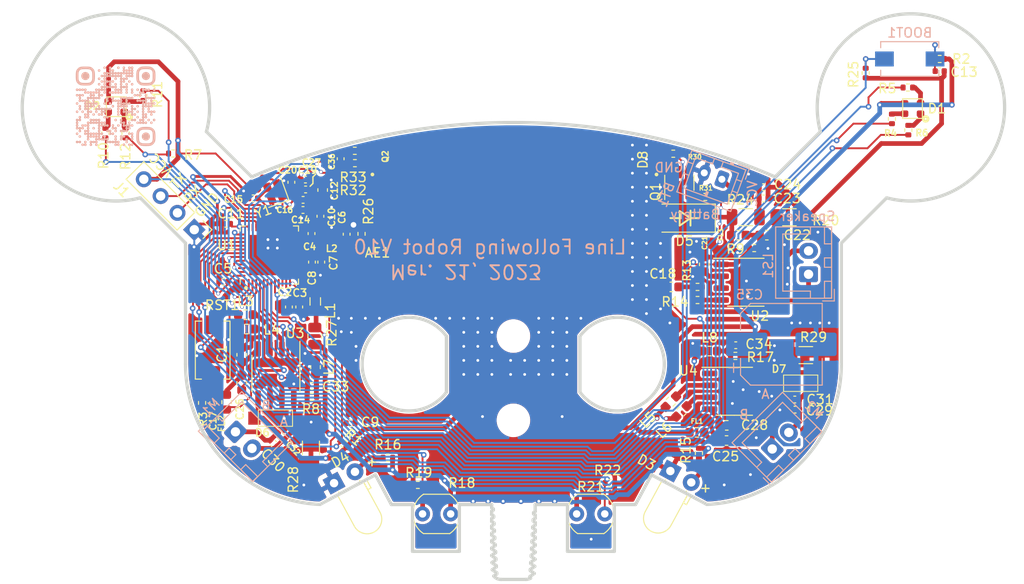
<source format=kicad_pcb>
(kicad_pcb (version 20211014) (generator pcbnew)
  (layers (0 "F.Cu" signal) (31 "B.Cu" signal) (34 "B.Paste" user) (35 "F.Paste" user) (36 "B.SilkS" user "B.Silkscreen") (37 "F.SilkS" user "F.Silkscreen") (38 "B.Mask" user) (39 "F.Mask" user) (44 "Edge.Cuts" user))
  (net 0 "")
  (net 1 "GND")
  (net 2 "/VDDCORE")
  (net 3 "/DCDC_OUT")
  (net 4 "/ANT")
  (net 5 "/XIN")
  (net 6 "/AVDD15")
  (net 7 "/XOUT")
  (net 8 "VCC")
  (net 9 "Net-(BOOT1-Pad2)")
  (net 10 "/AUDIO")
  (net 11 "Net-(C18-Pad2)")
  (net 12 "Net-(C21-Pad1)")
  (net 13 "Net-(D2-Pad1)")
  (net 14 "Net-(D2-Pad2)")
  (net 15 "Net-(D2-Pad4)")
  (net 16 "Net-(D3-Pad2)")
  (net 17 "Net-(D4-Pad2)")
  (net 18 "Net-(AE1-Pad1)")
  (net 19 "Net-(D1-Pad1)")
  (net 20 "Net-(D1-Pad2)")
  (net 21 "Net-(D1-Pad4)")
  (net 22 "Net-(C29-Pad2)")
  (net 23 "Net-(C29-Pad1)")
  (net 24 "Net-(LS1-Pad1)")
  (net 25 "Net-(LS1-Pad2)")
  (net 26 "Net-(C30-Pad2)")
  (net 27 "Net-(C30-Pad1)")
  (net 28 "/S_SD")
  (net 29 "/MC_1")
  (net 30 "/MC_2")
  (net 31 "/MOTOR2A")
  (net 32 "Net-(R13-Pad2)")
  (net 33 "/MOTOR1B")
  (net 34 "/P1")
  (net 35 "/MOTOR1A")
  (net 36 "/P2")
  (net 38 "/BOOT")
  (net 39 "Net-(C9-Pad1)")
  (net 40 "Net-(C17-Pad2)")
  (net 41 "/UART0_TXD")
  (net 42 "/UART0_RXD")
  (net 43 "Net-(L1-Pad2)")
  (net 44 "/LED1_B")
  (net 45 "/LED1_G")
  (net 46 "/LED1_R")
  (net 47 "/LED2_G")
  (net 48 "/LED2_R")
  (net 49 "/LED2_B")
  (net 58 "Net-(C23-Pad1)")
  (net 63 "/MOTOR2B")
  (net 66 "VSS")
  (net 67 "/VCC_LED")
  (net 68 "VEE")
  (net 69 "VDDA")
  (net 70 "VS")
  (net 71 "Net-(C33-Pad1)")
  (net 72 "Net-(C34-Pad1)")
  (net 73 "/GPIO8")
  (net 74 "Net-(D8-Pad1)")
  (net 75 "Net-(D8-Pad2)")
  (net 76 "VD")
  (net 77 "VDD")
  (net 78 "Net-(U3-Pad2)")
  (net 79 "Net-(U3-Pad3)")
  (net 80 "Net-(U4-Pad2)")
  (net 81 "Net-(U4-Pad3)")
  (net 82 "Net-(Q1-Pad2)")
  (net 83 "Net-(Q2-PadE)")
  (net 84 "/GPIO27")
  (footprint "Resistor_SMD:R_0402_1005Metric" (layer "F.Cu") (at 166.57 136.04 90)
    (fp_text reference "R3")
    (fp_text value "1K")
  )
  (footprint "Resistor_SMD:R_0402_1005Metric" (layer "F.Cu") (at 163.5 109.4 180)
    (fp_text reference "R7")
    (fp_text value "10K")
  )
  (footprint "Capacitor_SMD:C_0402_1005Metric" (layer "F.Cu") (at 177.35 114.35)
    (fp_text reference "C16")
    (fp_text value "2.2uF")
  )
  (footprint "USES_Library:SOD-123FL" (layer "F.Cu") (at 230.46 133.94)
    (fp_text reference "D7")
    (fp_text value "SMF5.0CA")
  )
  (footprint "Capacitor_SMD:C_0603_1608Metric" (layer "F.Cu") (at 220.17 121.24 90)
    (fp_text reference "C21")
    (fp_text value "1uF")
  )
  (footprint "Resistor_SMD:R_0402_1005Metric" (layer "F.Cu") (at 178.29 135.4 180)
    (fp_text reference "R8")
    (fp_text value "10K")
  )
  (footprint "LED_THT:LED_D3.0mm_Horizontal_O1.27mm_Z2.0mm" (layer "F.Cu") (at 216.549452 143.320894 -28.5)
    (fp_text reference "D3")
    (fp_text value "LED")
  )
  (footprint "Capacitor_SMD:C_0402_1005Metric" (layer "F.Cu") (at 245.3 100.6)
    (fp_text reference "C13")
    (fp_text value "100nF")
  )
  (footprint "Capacitor_SMD:C_0402_1005Metric" (layer "F.Cu") (at 182 118.02 90)
    (fp_text reference "C6")
    (fp_text value "0.6pf NP0")
  )
  (footprint "Capacitor_SMD:C_0402_1005Metric" (layer "F.Cu") (at 177.34 115.43)
    (fp_text reference "C14")
    (fp_text value "10pF")
  )
  (footprint "Package_SO:SOP-8_3.9x4.9mm_P1.27mm" (layer "F.Cu") (at 224.6 123.15)
    (fp_text reference "U2")
    (fp_text value "FM8002A")
  )
  (footprint "Capacitor_SMD:C_0402_1005Metric" (layer "F.Cu") (at 176.938574 125.794108 -90)
    (fp_text reference "C3")
    (fp_text value "2.2uF")
  )
  (footprint "Package_TO_SOT_SMD:SOT-23-3" (layer "F.Cu") (at 217.51 112.52 90)
    (fp_text reference "Q1")
    (fp_text value "S8050")
  )
  (footprint "Capacitor_SMD:C_0402_1005Metric" (layer "F.Cu") (at 175.838574 125.794108 -90)
    (fp_text reference "C2")
    (fp_text value "2.2uF")
  )
  (footprint "Resistor_SMD:R_0402_1005Metric" (layer "F.Cu") (at 182.88 110.43 180)
    (fp_text reference "R32")
    (fp_text value "1K")
  )
  (footprint "Capacitor_SMD:C_0402_1005Metric" (layer "F.Cu") (at 174.18 140.37 135)
    (fp_text reference "C30")
    (fp_text value "100nF")
  )
  (footprint "Resistor_SMD:R_0402_1005Metric" (layer "F.Cu") (at 216.86 109.42)
    (fp_text reference "R30")
    (fp_text value "33R")
  )
  (footprint "USES_Library:XDCR_PT19-21B_L41_TR8" (layer "F.Cu") (at 184.75 109.89 90)
    (fp_text reference "Q2")
    (fp_text value "PT19-21B/L41/TR8")
  )
  (footprint "Capacitor_SMD:C_0402_1005Metric" (layer "F.Cu") (at 229.86 136.76 180)
    (fp_text reference "C29")
    (fp_text value "100nF")
  )
  (footprint "Inductor_SMD:L_0402_1005Metric" (layer "F.Cu") (at 179.75 118.45)
    (fp_text reference "L2")
    (fp_text value "2.5nH")
  )
  (footprint "Resistor_SMD:R_1206_3216Metric" (layer "F.Cu") (at 231.01 130.94 180)
    (fp_text reference "R29")
    (fp_text value "0R")
  )
  (footprint "Package_SO:SOP-8_3.9x4.9mm_P1.27mm" (layer "F.Cu") (at 174.45 132.9 -90)
    (fp_text reference "U3")
    (fp_text value "TC8301")
  )
  (footprint "Resistor_SMD:R_0805_2012Metric" (layer "F.Cu") (at 178.6 128.9 -90)
    (fp_text reference "R27")
    (fp_text value "100R")
  )
  (footprint "Package_DFN_QFN:QFN-48-1EP_6x6mm_P0.4mm_EP4.3x4.3mm" (layer "F.Cu") (at 173.75 120.25 90)
    (fp_text reference "U1")
    (fp_text value "BL706C")
  )
  (footprint "Resistor_SMD:R_0402_1005Metric" (layer "F.Cu") (at 186.4 141.9 180)
    (fp_text reference "R16")
    (fp_text value "47R")
  )
  (footprint "Inductor_SMD:L_0603_1608Metric" (layer "F.Cu") (at 223.81 118.12)
    (fp_text reference "FL3")
    (fp_text value "0R_BLM")
  )
  (footprint "Capacitor_SMD:C_0402_1005Metric" (layer "F.Cu") (at 182.41 138.21)
    (fp_text reference "C9")
    (fp_text value "100nF")
  )
  (footprint "Capacitor_SMD:C_0402_1005Metric" (layer "F.Cu") (at 226.5 114.2)
    (fp_text reference "C23")
    (fp_text value "2.2uF")
  )
  (footprint "Capacitor_SMD:C_0402_1005Metric" (layer "F.Cu") (at 179.29 121 -90)
    (fp_text reference "C7")
    (fp_text value "2.2uF")
  )
  (footprint "Resistor_SMD:R_0402_1005Metric" (layer "F.Cu") (at 219.45 123.65)
    (fp_text reference "R13")
    (fp_text value "20K")
  )
  (footprint "Capacitor_SMD:C_0603_1608Metric" (layer "F.Cu") (at 226.85 118.12)
    (fp_text reference "C22")
    (fp_text value "1uF")
  )
  (footprint "Resistor_SMD:R_1206_3216Metric" (layer "F.Cu") (at 178.19 140.85 90)
    (fp_text reference "R28")
    (fp_text value "0R")
  )
  (footprint "Button_Switch_SMD:SW_SPST_EVQPE1" (layer "F.Cu") (at 167.7 130.4 -90)
    (fp_text reference "RST1")
    (fp_text value "SW_Push")
  )
  (footprint "Capacitor_SMD:C_0603_1608Metric" (layer "F.Cu") (at 222.57 138.44)
    (fp_text reference "C28")
    (fp_text value "10uF")
  )
  (footprint "LED_THT:LED_D3.0mm_Horizontal_O1.27mm_Z2.0mm" (layer "F.Cu") (at 180.653505 144.61379 28.5)
    (fp_text reference "D4")
    (fp_text value "LED")
  )
  (footprint "Capacitor_SMD:C_0603_1608Metric" (layer "F.Cu") (at 170.8 133.9 -90)
    (fp_text reference "C26")
    (fp_text value "10uF")
  )
  (footprint "Capacitor_SMD:C_0402_1005Metric" (layer "F.Cu") (at 177.6 112.18)
    (fp_text reference "C27")
    (fp_text value "100nF")
  )
  (footprint "Resistor_SMD:R_0402_1005Metric" (layer "F.Cu") (at 223.49 131.02)
    (fp_text reference "R17")
    (fp_text value "10K")
  )
  (footprint "Inductor_SMD:L_0603_1608Metric" (layer "F.Cu") (at 217.74 136.95 45)
    (fp_text reference "L6")
    (fp_text value "0R")
  )
  (footprint "Resistor_SMD:R_0402_1005Metric" (layer "F.Cu") (at 181.73 140.42 140)
    (fp_text reference "R1")
    (fp_text value "100K")
  )
  (footprint "Capacitor_SMD:C_0603_1608Metric" (layer "F.Cu") (at 222.55 140.06)
    (fp_text reference "C25")
    (fp_text value "10uF")
  )
  (footprint "Resistor_SMD:R_0402_1005Metric" (layer "F.Cu") (at 183.59 117.98 90)
    (fp_text reference "R26")
    (fp_text value "3k0")
  )
  (footprint "Inductor_SMD:L_0805_2012Metric" (layer "F.Cu") (at 178.65 125.2 90)
    (fp_text reference "L1")
    (fp_text value "2.2uH")
  )
  (footprint "USB A SMD PAD:FM-B2020RGBA-HG" (layer "F.Cu") (at 157.4 104.4 180)
    (fp_text reference "D2")
    (fp_text value "LED_RGBA")
  )
  (footprint "Inductor_SMD:L_0603_1608Metric" (layer "F.Cu") (at 171.34 128.15)
    (fp_text reference "L4")
    (fp_text value "0R")
  )
  (footprint "Capacitor_SMD:C_0402_1005Metric" (layer "F.Cu") (at 168.85 123.1)
    (fp_text reference "C5")
    (fp_text value "2.2uF")
  )
  (footprint "Resistor_SMD:R_0402_1005Metric" (layer "F.Cu") (at 156.25 107.22 -90)
    (fp_text reference "R10")
    (fp_text value "1K")
  )
  (footprint "Resistor_SMD:R_0402_1005Metric" (layer "F.Cu") (at 225.5 119.5 180)
    (fp_text reference "R9")
    (fp_text value "10K")
  )
  (footprint "Resistor_SMD:R_0402_1005Metric" (layer "F.Cu") (at 182.87 109.11)
    (fp_text reference "R33")
    (fp_text value "10K")
  )
  (footprint "Resistor_SMD:R_1206_3216Metric" (layer "F.Cu") (at 229.26 116.21 180)
    (fp_text reference "R20")
    (fp_text value "0R")
  )
  (footprint "Capacitor_SMD:C_0402_1005Metric" (layer "F.Cu") (at 172.02 114.19 180)
    (fp_text reference "C15")
    (fp_text value "12pF")
  )
  (footprint "USES_Library:IR19-21C-TR8" (layer "F.Cu") (at 215.07 109.88 90)
    (fp_text reference "D8")
    (fp_text value "IR19-21C/TR8")
  )
  (footprint "USES_Library:SOD-123FL" (layer "F.Cu") (at 174.4 137.67)
    (fp_text reference "D6")
    (fp_text value "SMF5.0CA")
  )
  (footprint "Capacitor_SMD:C_0603_1608Metric" (layer "F.Cu") (at 216.65 123.65)
    (fp_text reference "C18")
    (fp_text value "0.39uF")
  )
  (footprint "Resistor_SMD:R_1206_3216Metric" (layer "F.Cu") (at 224.6 116.2 180)
    (fp_text reference "R24")
    (fp_text value "3R")
  )
  (footprint "Crystal:Crystal_SMD_2016-4Pin_2.0x1.6mm" (layer "F.Cu") (at 174.3 113.5 110)
    (fp_text reference "Y1")
    (fp_text value "32MHz")
  )
  (footprint "Resistor_SMD:R_0402_1005Metric" (layer "F.Cu") (at 240.2 105.7 -90)
    (fp_text reference "R4")
    (fp_text value "1K")
  )
  (footprint "Inductor_SMD:L_0603_1608Metric" (layer "F.Cu") (at 220.74 130.5)
    (fp_text reference "L8")
    (fp_text value "0R")
  )
  (footprint "Capacitor_SMD:C_0402_1005Metric" (layer "F.Cu") (at 229.83 135.68 180)
    (fp_text reference "C31")
    (fp_text value "100nF")
  )
  (footprint "Diode_SMD:D_MELF" (layer "F.Cu") (at 218.05 116.3 180)
    (fp_text reference "D5")
    (fp_text value "ZM4728A")
  )
  (footprint "Capacitor_SMD:C_0603_1608Metric" (layer "F.Cu") (at 179.44 113.3 90)
    (fp_text reference "C12")
    (fp_text value "10uF")
  )
  (footprint "Inductor_SMD:L_0603_1608Metric" (layer "F.Cu") (at 219.38 139.19)
    (fp_text reference "FL1")
    (fp_text value "0R_BLM")
  )
  (footprint "Resistor_SMD:R_0402_1005Metric" (layer "F.Cu") (at 160.3 103.22 90)
    (fp_text reference "R11")
    (fp_text value "1K")
  )
  (footprint "OptoDevice:R_LDR_5.0x4.1mm_P3mm_Vertical" (layer "F.Cu") (at 193.1 147.9 180)
    (fp_text reference "R18")
    (fp_text value "GL5516")
  )
  (footprint "Resistor_SMD:R_0402_1005Metric" (layer "F.Cu") (at 189.6 144.8 180)
    (fp_text reference "R19")
    (fp_text value "10K")
  )
  (footprint "USB A SMD PAD:FM-B2020RGBA-HG" (layer "F.Cu") (at 242.4 104.6 180)
    (fp_text reference "D1")
    (fp_text value "LED_RGBA")
  )
  (footprint "Capacitor_SMD:C_0402_1005Metric" (layer "F.Cu") (at 178.29 134.24 180)
    (fp_text reference "C33")
    (fp_text value "1uF")
  )
  (footprint "Resistor_SMD:R_0402_1005Metric" (layer "F.Cu") (at 219.6 141.4 -90)
    (fp_text reference "R15")
    (fp_text value "47R")
  )
  (footprint "Resistor_SMD:R_0402_1005Metric" (layer "F.Cu") (at 210.1 144.6)
    (fp_text reference "R22")
    (fp_text value "10K")
  )
  (footprint "MountingHole:MountingHole_3mm" (layer "F.Cu") (at 199.8 137.9 90)
    (fp_text reference "H2")
    (fp_text value "MountingHole")
  )
  (footprint "Capacitor_SMD:C_0603_1608Metric" (layer "F.Cu") (at 170.8 130.9 90)
    (fp_text reference "C1")
    (fp_text value "10uF")
  )
  (footprint "Resistor_SMD:R_0402_1005Metric" (layer "F.Cu") (at 241.95 106.9 -90)
    (fp_text reference "R6")
    (fp_text value "1K")
  )
  (footprint "Capacitor_SMD:C_0402_1005Metric" (layer "F.Cu") (at 167.75 136.04 90)
    (fp_text reference "C17")
    (fp_text value "100nF")
  )
  (footprint "Resistor_SMD:R_0402_1005Metric" (layer "F.Cu") (at 237.4 100.8 90)
    (fp_text reference "R25")
    (fp_text value "47K")
  )
  (footprint "Capacitor_SMD:C_0402_1005Metric" (layer "F.Cu") (at 179.2 116.1 -90)
    (fp_text reference "C10")
    (fp_text value "10pF")
  )
  (footprint "Resistor_SMD:R_0402_1005Metric" (layer "F.Cu") (at 219.45 125.05)
    (fp_text reference "R14")
    (fp_text value "20K")
  )
  (footprint "Inductor_SMD:L_0603_1608Metric" (layer "F.Cu") (at 171.2 126.62)
    (fp_text reference "L3")
    (fp_text value "0R")
  )
  (footprint "Capacitor_SMD:C_0402_1005Metric" (layer "F.Cu") (at 176.1 112.47 90)
    (fp_text reference "C20")
    (fp_text value "12pF")
  )
  (footprint "Resistor_SMD:R_0402_1005Metric" (layer "F.Cu") (at 220.28 114.04)
    (fp_text reference "R31")
    (fp_text value "10K")
  )
  (footprint "Inductor_SMD:L_0603_1608Metric" (layer "F.Cu") (at 178.68 132.22 -90)
    (fp_text reference "L7")
    (fp_text value "0R")
  )
  (footprint "Capacitor_SMD:C_0402_1005Metric" (layer "F.Cu") (at 177.62 113.24)
    (fp_text reference "C19")
    (fp_text value "10pF")
  )
  (footprint "OptoDevice:R_LDR_5.0x4.1mm_P3mm_Vertical" (layer "F.Cu") (at 206.55 147.9)
    (fp_text reference "R21")
    (fp_text value "GL5516")
  )
  (footprint "Capacitor_SMD:C_0402_1005Metric" (layer "F.Cu") (at 223.53 129.88)
    (fp_text reference "C34")
    (fp_text value "1uF")
  )
  (footprint "Capacitor_SMD:C_0402_1005Metric" (layer "F.Cu") (at 178.25 117.95 90)
    (fp_text reference "C4")
    (fp_text value "4.8pf NP0")
  )
  (footprint "Capacitor_SMD:C_0402_1005Metric" (layer "F.Cu") (at 178.3 121 -90)
    (fp_text reference "C8")
    (fp_text value "2.2uF")
  )
  (footprint "Capacitor_SMD:C_0402_1005Metric" (layer "F.Cu") (at 174.98 139.62 135)
    (fp_text reference "C32")
    (fp_text value "100nF")
  )
  (footprint "Capacitor_SMD:C_0402_1005Metric" (layer "F.Cu") (at 169.11 116.91)
    (fp_text reference "C11")
    (fp_text value "2.2uF")
  )
  (footprint "Capacitor_SMD:C_0402_1005Metric" (layer "F.Cu") (at 226.5 113)
    (fp_text reference "C24")
    (fp_text value "100nF")
  )
  (footprint "Inductor_SMD:L_0603_1608Metric" (layer "F.Cu") (at 216.6 135.91 45)
    (fp_text reference "L5")
    (fp_text value "0R")
  )
  (footprint "Inductor_SMD:L_0603_1608Metric" (layer "F.Cu") (at 169.19 135.96 90)
    (fp_text reference "FL2")
    (fp_text value "0R_BLM")
  )
  (footprint "Resistor_SMD:R_0402_1005Metric" (layer "F.Cu") (at 245.3 99.3)
    (fp_text reference "R2")
    (fp_text value "1K")
  )
  (footprint "Connector_PinHeader_2.54mm:PinHeader_1x04_P2.54mm_Vertical" (layer "F.Cu") (at 165.737006 117.537006 -135)
    (fp_text reference "J1")
    (fp_text value "Conn_01x04_Male")
  )
  (footprint "Resistor_SMD:R_0402_1005Metric" (layer "F.Cu") (at 158.4 107.22 -90)
    (fp_text reference "R12")
    (fp_text value "1K")
  )
  (footprint "Resistor_SMD:R_0402_1005Metric" (layer "F.Cu") (at 241.9 102.35 180)
    (fp_text reference "R5")
    (fp_text value "1K")
  )
  (footprint "Package_SO:SOP-8_3.9x4.9mm_P1.27mm" (layer "F.Cu") (at 223.37 134.8)
    (fp_text reference "U4")
    (fp_text value "TC8301")
  )
  (footprint "MountingHole:MountingHole_3mm" (layer "F.Cu") (at 199.8 128.9 90)
    (fp_text reference "H1")
    (fp_text value "MountingHole")
  )
  (footprint "Capacitor_SMD:C_0402_1005Metric" (layer "F.Cu") (at 181.36 109.96 90)
    (fp_text reference "C36")
    (fp_text value "1nF")
  )
  (footprint "USB A SMD PAD:BLE_2437_LOOP_2" (layer "F.Cu") (at 182.73 118.02 180)
    (fp_text reference "AE1")
    (fp_text value "Antenna_Loop")
  )
  (footprint "Capacitor_SMD:CP_Elec_8x10.5" (layer "B.Cu") (at 228.4 129.78)
    (fp_text reference "C35")
    (fp_text value "1000uF")
  )
  (footprint "Button_Switch_SMD:SW_SPST_EVQPE1" (layer "B.Cu") (at 242.1 99.3)
    (fp_text reference "BOOT1")
    (fp_text value "SW_Push")
  )
  (footprint "Connector_JST:JST_XH_B2B-XH-A_1x02_P2.50mm_Vertical" (layer "B.Cu") (at 231.3 122.3 90)
    (fp_text reference "LS1")
    (fp_text value "Speaker")
  )
  (footprint "Connector_JST:JST_PH_B2B-PH-K_1x02_P2.00mm_Vertical" (layer "B.Cu") (at 222.05 112.15 160)
    (fp_text reference "BT1")
    (fp_text value "Battery")
  )
  (footprint "Connector_JST:JST_XH_B2B-XH-A_1x02_P2.50mm_Vertical" (layer "B.Cu") (at 170.132233 139.132233 -45)
    (fp_text reference "M1")
    (fp_text value "Conn_01x02_Male")
  )
  (footprint "2023_03_22" (layer "B.Cu") (at 157.34 104.35 180)
    (fp_text reference "G***" hide)
    (fp_text value "LOGO" hide)
  )
  (footprint "Connector_JST:JST_XH_B2B-XH-A_1x02_P2.50mm_Vertical" (layer "B.Cu") (at 227.427348 140.965115 45)
    (fp_text reference "M2")
    (fp_text value "Conn_01x02_Male")
  )
  (gr_line (start 178.7 111.6) (end 178.4 111.9) (layer "F.SilkS") (width 0.15))
  (gr_line (start 178.4 111.9) (end 178.4 112.6) (layer "F.SilkS") (width 0.15))
  (gr_line (start 178.4 112.6) (end 178.1 112.9) (layer "F.SilkS") (width 0.15))
  (gr_line (start 186.772778 146.9) (end 185.071026 143.720923) (layer "Edge.Cuts") (width 0.35))
  (gr_line (start 202.124997 148.799033) (end 202.124997 149.09696) (layer "Edge.Cuts") (width 0.35))
  (gr_arc (start 179.157823 146.886247) (mid 168.968733 142.277074) (end 164.8 131.899999) (layer "Edge.Cuts") (width 0.35))
  (gr_line (start 197.475003 151.621374) (end 197.475003 151.547812) (layer "Edge.Cuts") (width 0.35))
  (gr_line (start 210.570004 151.9) (end 210.570004 146.9) (layer "Edge.Cuts") (width 0.35))
  (gr_line (start 197.475003 149.972678) (end 197.772854 149.764105) (layer "Edge.Cuts") (width 0.35))
  (gr_line (start 167.032849 107.061789) (end 171.87106 111.9) (layer "Edge.Cuts") (width 0.35))
  (gr_line (start 201.628537 154.763968) (end 201.560483 154.716315) (layer "Edge.Cuts") (width 0.35))
  (gr_line (start 232.567151 107.061789) (end 227.72894 111.9) (layer "Edge.Cuts") (width 0.35))
  (gr_line (start 202.124997 148.368506) (end 201.90672 148.521338) (layer "Edge.Cuts") (width 0.35))
  (gr_line (start 186.772778 146.9) (end 189.029995 146.9) (layer "Edge.Cuts") (width 0.35))
  (gr_line (start 197.475003 152.351584) (end 197.475003 152.335379) (layer "Edge.Cuts") (width 0.35))
  (gr_line (start 197.977612 153.558585) (end 197.977612 153.433737) (layer "Edge.Cuts") (width 0.35))
  (gr_line (start 197.475003 150.89115) (end 197.475003 150.760245) (layer "Edge.Cuts") (width 0.35))
  (gr_line (start 205.570004 146.9) (end 202.124997 146.9) (layer "Edge.Cuts") (width 0.35))
  (gr_line (start 202.124997 149.588095) (end 201.863446 149.404959) (layer "Edge.Cuts") (width 0.35))
  (gr_line (start 202.034787 154.25936) (end 201.603756 153.957556) (layer "Edge.Cuts") (width 0.35))
  (gr_line (start 202.124997 150.377173) (end 201.820157 150.163718) (layer "Edge.Cuts") (width 0.35))
  (gr_line (start 205.570004 151.9) (end 210.570004 151.9) (layer "Edge.Cuts") (width 0.35))
  (gr_line (start 201.603756 153.832709) (end 201.603756 153.957556) (layer "Edge.Cuts") (width 0.35))
  (gr_line (start 201.863446 149.280112) (end 201.863446 149.404959) (layer "Edge.Cuts") (width 0.35))
  (gr_line (start 194.029995 146.9) (end 194.029995 151.9) (layer "Edge.Cuts") (width 0.35))
  (gr_line (start 197.475003 148.397528) (end 197.690945 148.246313) (layer "Edge.Cuts") (width 0.35))
  (gr_arc (start 234.8 131.9) (mid 230.631266 142.277075) (end 220.442176 146.886247) (layer "Edge.Cuts") (width 0.35))
  (gr_line (start 202.124997 149.588095) (end 202.124997 149.82543) (layer "Edge.Cuts") (width 0.35))
  (gr_line (start 201.69032 152.315176) (end 201.69032 152.440024) (layer "Edge.Cuts") (width 0.35))
  (gr_line (start 202.124997 150.553885) (end 201.776883 150.797644) (layer "Edge.Cuts") (width 0.35))
  (gr_line (start 197.475003 150.760245) (end 197.813809 150.523001) (layer "Edge.Cuts") (width 0.35))
  (gr_line (start 194.029995 151.9) (end 189.029995 151.9) (layer "Edge.Cuts") (width 0.35))
  (gr_arc (start 232.567149 107.061784) (mid 249.297474 97.402525) (end 239.638217 114.132851) (layer "Edge.Cuts") (width 0.35))
  (gr_line (start 197.475003 147.240042) (end 197.650006 147.36257) (layer "Edge.Cuts") (width 0.35))
  (gr_line (start 202.124997 148.009955) (end 201.949994 147.887427) (layer "Edge.Cuts") (width 0.35))
  (gr_line (start 202.124997 149.82543) (end 201.820157 150.03887) (layer "Edge.Cuts") (width 0.35))
  (gr_line (start 202.078061 153.500601) (end 201.64703 153.198782) (layer "Edge.Cuts") (width 0.35))
  (gr_line (start 202.124997 151.282355) (end 201.733594 151.556418) (layer "Edge.Cuts") (width 0.35))
  (gr_line (start 202.124997 151.166251) (end 202.124997 151.282355) (layer "Edge.Cuts") (width 0.35))
  (gr_line (start 197.545331 153.861273) (end 198.018567 154.192648) (layer "Edge.Cuts") (width 0.35))
  (gr_line (start 197.475003 152.351584) (end 197.936657 152.674857) (layer "Edge.Cuts") (width 0.35))
  (gr_line (start 202.124997 146.9) (end 202.124997 147.640036) (layer "Edge.Cuts") (width 0.35))
  (gr_line (start 202.034787 154.25936) (end 201.560483 154.591483) (layer "Edge.Cuts") (width 0.35))
  (gr_line (start 197.650006 147.487418) (end 197.650006 147.36257) (layer "Edge.Cuts") (width 0.35))
  (gr_line (start 197.475003 147.970267) (end 197.475003 147.609961) (layer "Edge.Cuts") (width 0.35))
  (gr_arc (start 206.899995 128.9) (mid 215.905206 131.9) (end 206.899995 134.9) (layer "Edge.Cuts") (width 0.35))
  (gr_line (start 197.936657 152.799689) (end 197.936657 152.674857) (layer "Edge.Cuts") (width 0.35))
  (gr_line (start 197.475003 152.335379) (end 197.895718 152.040793) (layer "Edge.Cuts") (width 0.35))
  (gr_line (start 197.475003 147.240042) (end 197.475003 146.9) (layer "Edge.Cuts") (width 0.35))
  (gr_line (start 202.124997 151.166251) (end 201.776883 150.922491) (layer "Edge.Cuts") (width 0.35))
  (gr_line (start 212.827221 146.9) (end 210.570004 146.9) (layer "Edge.Cuts") (width 0.35))
  (gr_arc (start 159.961784 114.132851) (mid 150.302525 97.402526) (end 167.032851 107.061783) (layer "Edge.Cuts") (width 0.35))
  (gr_line (start 197.475003 147.970267) (end 197.690945 148.121481) (layer "Edge.Cuts") (width 0.35))
  (gr_line (start 201.560483 154.591483) (end 201.560483 154.716315) (layer "Edge.Cuts") (width 0.35))
  (gr_line (start 202.124997 149.09696) (end 201.863446 149.280112) (layer "Edge.Cuts") (width 0.35))
  (gr_line (start 197.475003 147.609961) (end 197.650006 147.487418) (layer "Edge.Cuts") (width 0.35))
  (gr_line (start 202.078061 153.500601) (end 201.603756 153.832709) (layer "Edge.Cuts") (width 0.35))
  (gr_line (start 197.504376 153.102377) (end 197.977612 153.433737) (layer "Edge.Cuts") (width 0.35))
  (gr_line (start 197.475003 150.160925) (end 197.813809 150.398154) (layer "Edge.Cuts") (width 0.35))
  (gr_line (start 202.124997 148.799033) (end 201.90672 148.646185) (layer "Edge.Cuts") (width 0.35))
  (gr_line (start 197.690945 148.246313) (end 197.690945 148.121481) (layer "Edge.Cuts") (width 0.35))
  (gr_line (start 164.8 131.9) (end 164.8 118.97106) (layer "Edge.Cuts") (width 0.35))
  (gr_line (start 214.528973 143.720923) (end 220.442181 146.886252) (layer "Edge.Cuts") (width 0.35))
  (gr_line (start 201.733594 151.556418) (end 201.733594 151.68125) (layer "Edge.Cuts") (width 0.35))
  (gr_line (start 197.504376 153.102377) (end 197.936657 152.799689) (layer "Edge.Cuts") (width 0.35))
  (gr_line (start 202.124997 150.377173) (end 202.124997 150.553885) (layer "Edge.Cuts") (width 0.35))
  (gr_line (start 201.90672 148.521338) (end 201.90672 148.646185) (layer "Edge.Cuts") (width 0.35))
  (gr_line (start 239.638211 114.132849) (end 234.8 118.97106) (layer "Edge.Cuts") (width 0.35))
  (gr_line (start 198.018567 154.31748) (end 198.018567 154.192648) (layer "Edge.Cuts") (width 0.35))
  (gr_line (start 185.071026 143.720923) (end 179.157818 146.886252) (layer "Edge.Cuts") (width 0.35))
  (gr_line (start 197.7319 149.005209) (end 197.7319 148.880362) (layer "Edge.Cuts") (width 0.35))
  (gr_line (start 234.8 131.9) (end 234.8 118.97106) (layer "Edge.Cuts") (width 0.35))
  (gr_arc (start 192.650006 134.9) (mid 183.650006 131.9) (end 192.650006 128.9) (layer "Edge.Cuts") (width 0.35))
  (gr_line (start 197.854764 151.281897) (end 197.854764 151.157065) (layer "Edge.Cuts") (width 0.35))
  (gr_line (start 202.124997 148.009955) (end 202.124997 148.368506) (layer "Edge.Cuts") (width 0.35))
  (gr_line (start 197.475003 151.547812) (end 197.854764 151.281897) (layer "Edge.Cuts") (width 0.35))
  (gr_line (start 197.545331 153.861273) (end 197.977612 153.558585) (layer "Edge.Cuts") (width 0.35))
  (gr_line (start 197.475003 150.89115) (end 197.854764 151.157065) (layer "Edge.Cuts") (width 0.35))
  (gr_line (start 197.475003 148.700491) (end 197.475003 148.397528) (layer "Edge.Cuts") (width 0.35))
  (gr_line (start 197.813809 150.523001) (end 197.813809 150.398154) (layer "Edge.Cuts") (width 0.35))
  (gr_line (start 202.124997 147.640036) (end 201.949994 147.762579) (layer "Edge.Cuts") (width 0.35))
  (gr_arc (start 201.628531 154.763976) (mid 201.385788 154.865395) (end 201.124997 154.9) (layer "Edge.Cuts") (width 0.35))
  (gr_line (start 202.12135 152.741827) (end 201.64703 153.07395) (layer "Edge.Cuts") (width 0.35))
  (gr_line (start 197.895718 152.040793) (end 197.895718 151.915945) (layer "Edge.Cuts") (width 0.35))
  (gr_line (start 201.820157 150.03887) (end 201.820157 150.163718) (layer "Edge.Cuts") (width 0.35))
  (gr_line (start 201.949994 147.762579) (end 201.949994 147.887427) (layer "Edge.Cuts") (width 0.35))
  (gr_line (start 197.475003 150.160925) (end 197.475003 149.972678) (layer "Edge.Cuts") (width 0.35))
  (gr_line (start 197.475003 148.700491) (end 197.7319 148.880362) (layer "Edge.Cuts") (width 0.35))
  (gr_line (start 202.124997 151.955313) (end 201.733594 151.68125) (layer "Edge.Cuts") (width 0.35))
  (gr_arc (start 171.871068 111.899997) (mid 199.800001 106.087027) (end 227.728934 111.899998) (layer "Edge.Cuts") (width 0.35))
  (gr_line (start 205.570004 146.9) (end 205.570004 151.9) (layer "Edge.Cuts") (width 0.35))
  (gr_line (start 197.475003 149.185095) (end 197.7319 149.005209) (layer "Edge.Cuts") (width 0.35))
  (gr_line (start 197.475003 149.430701) (end 197.475003 149.185095) (layer "Edge.Cuts") (width 0.35))
  (gr_arc (start 198.475003 154.9) (mid 198.049217 154.804824) (end 197.70448 154.537413) (layer "Edge.Cuts") (width 0.35))
  (gr_line (start 197.772854 149.764105) (end 197.772854 149.639273) (layer "Edge.Cuts") (width 0.35))
  (gr_line (start 202.12135 152.741827) (end 201.69032 152.440024) (layer "Edge.Cuts") (width 0.35))
  (gr_line (start 201.124997 154.9) (end 198.475003 154.9) (layer "Edge.Cuts") (width 0.35))
  (gr_line (start 202.124997 152.010809) (end 201.69032 152.315176) (layer "Edge.Cuts") (width 0.35))
  (gr_line (start 197.475003 151.621374) (end 197.895718 151.915945) (layer "Edge.Cuts") (width 0.35))
  (gr_line (start 197.70448 154.537405) (end 198.018567 154.31748) (layer "Edge.Cuts") (width 0.35))
  (gr_line (start 206.899995 134.9) (end 206.899995 128.9) (layer "Edge.Cuts") (width 0.35))
  (gr_line (start 194.029995 146.9) (end 197.475003 146.9) (layer "Edge.Cuts") (width 0.35))
  (gr_line (start 201.64703 153.07395) (end 201.64703 153.198782) (layer "Edge.Cuts") (width 0.35))
  (gr_line (start 192.650006 134.9) (end 192.650006 128.9) (layer "Edge.Cuts") (width 0.35))
  (gr_line (start 159.961789 114.132849) (end 164.8 118.97106) (layer "Edge.Cuts") (width 0.35))
  (gr_line (start 212.827221 146.9) (end 214.528973 143.720923) (layer "Edge.Cuts") (width 0.35))
  (gr_line (start 201.776883 150.797644) (end 201.776883 150.922491) (layer "Edge.Cuts") (width 0.35))
  (gr_line (start 202.124997 151.955313) (end 202.124997 152.010809) (layer "Edge.Cuts") (width 0.35))
  (gr_line (start 189.029995 151.9) (end 189.029995 146.9) (layer "Edge.Cuts") (width 0.35))
  (gr_line (start 197.475003 149.430701) (end 197.772854 149.639273) (layer "Edge.Cuts") (width 0.35))
  (gr_text "A" (at 226.7 135.1) (layer "B.SilkS") (effects (font (size 1 1)) (justify mirror)))
  (gr_text "Battery" (at 219.2 115.9) (layer "B.SilkS") (effects (font (size 1 1)) (justify mirror)))
  (gr_text "Line Following Robot V10" (at 197.3 119.4) (layer "B.SilkS") (effects (font (size 1.5 1.5) (thickness 0.2)) (justify mirror)))
  (gr_text "Mer. 21, 2023" (at 194.73 122.02 180) (layer "B.SilkS") (effects (font (size 1.5 1.5) (thickness 0.2)) (justify mirror)))
  (gr_text "B" (at 224.4 137.3) (layer "B.SilkS") (effects (font (size 1 1)) (justify mirror)))
  (gr_text "Speaker" (at 231.2 116.1) (layer "B.SilkS") (effects (font (size 1 1)) (justify mirror)))
  (gr_text "GND" (at 216.4 110.9) (layer "B.SilkS") (effects (font (size 1 1)) (justify mirror)))
  (gr_text "B" (at 173.4 136.3) (layer "B.SilkS") (effects (font (size 1 1)) (justify mirror)))
  (gr_text "A" (at 175.3 138) (layer "B.SilkS") (effects (font (size 1 1)) (justify mirror)))
  (gr_text "VCC" (at 225.3 113.7 90) (layer "B.SilkS") (effects (font (size 1 1)) (justify mirror)))
  (gr_text "RX" (at 165.6 113.8 45) (layer "F.SilkS") (effects (font (size 1 1))))
  (gr_text "VCC" (at 162.2 110.6 135) (layer "F.SilkS") (effects (font (size 1 1))))
  (gr_text "+" (at 220.3 145.1) (layer "F.SilkS") (effects (font (size 1 1))))
  (gr_text "GND" (at 167.1 114.9 45) (layer "F.SilkS") (effects (font (size 1 1))))
  (gr_text "+" (at 184.7 142.3) (layer "F.SilkS") (effects (font (size 1 1))))
  (gr_text "TX" (at 164.07 112.34 45) (layer "F.SilkS") (effects (font (size 1 1))))
  (segment (start 245.54048 101.35952) (end 245.78 101.12) (width 0.5) (layer "F.Cu") (net 1))
  (segment (start 182.36 109.11) (end 181.73 109.11) (width 0.5) (layer "F.Cu") (net 1))
  (segment (start 243.37 108.33) (end 239.07 108.33) (width 0.5) (layer "F.Cu") (net 1))
  (segment (start 174.083313 112.16) (end 173.16 112.16) (width 0.2) (layer "F.Cu") (net 1))
  (segment (start 174.577417 112.654104) (end 174.945896 112.654104) (width 0.2) (layer "F.Cu") (net 1))
  (segment (start 168.37 123.52) (end 167.7905 124.0995) (width 0.2) (layer "F.Cu") (net 1))
  (segment (start 237.4 101.31) (end 237.44952 101.35952) (width 0.5) (layer "F.Cu") (net 1))
  (segment (start 174.022583 114.345896) (end 174.022583 114.722583) (width 0.2) (layer "F.Cu") (net 1))
  (segment (start 167.7905 124.0995) (end 167.7905 124.567099) (width 0.2) (layer "F.Cu") (net 1))
  (segment (start 174.577417 112.654104) (end 174.083313 112.16) (width 0.2) (layer "F.Cu") (net 1))
  (segment (start 173.16 112.16) (end 172.5 112.82) (width 0.2) (layer "F.Cu") (net 1))
  (segment (start 231.19 116.21) (end 230.7225 116.21) (width 0.5) (layer "F.Cu") (net 1))
  (segment (start 245.78 101.12) (end 245.5 101.4) (width 0.5) (layer "F.Cu") (net 1))
  (segment (start 174.022583 114.722583) (end 174.5 115.2) (width 0.2) (layer "F.Cu") (net 1))
  (segment (start 168.2 116.63) (end 168.5 116.93) (width 0.3) (layer "F.Cu") (net 1))
  (segment (start 171.62 113.95) (end 171.62 114.02) (width 0.2) (layer "F.Cu") (net 1))
  (segment (start 177.4 127.1) (end 176.95 126.65) (width 0.2) (layer "F.Cu") (net 1))
  (segment (start 171 113.235718) (end 171 113.4) (width 0.3) (layer "F.Cu") (net 1))
  (segment (start 172.5 113.07) (end 171.62 113.95) (width 0.2) (layer "F.Cu") (net 1))
  (segment (start 169.614762 111.85048) (end 171 113.235718) (width 0.3) (layer "F.Cu") (net 1))
  (segment (start 180.3 117.3) (end 180.67 117.67) (width 0.3) (layer "F.Cu") (net 1))
  (segment (start 168.37 123.1) (end 168.37 123.52) (width 0.2) (layer "F.Cu") (net 1))
  (segment (start 245.5 101.4) (end 245.5 106.2) (width 0.5) (layer "F.Cu") (net 1))
  (segment (start 176.95 126.65) (end 176.95 126.53) (width 0.2) (layer "F.Cu") (net 1))
  (segment (start 174.945896 112.654104) (end 175.3 112.3) (width 0.2) (layer "F.Cu") (net 1))
  (segment (start 180.481088 109.48) (end 180.3 109.661088) (width 0.5) (layer "F.Cu") (net 1))
  (segment (start 239.07 108.33) (end 231.19 116.21) (width 0.5) (layer "F.Cu") (net 1))
  (segment (start 172.5 112.82) (end 172.5 113.07) (width 0.2) (layer "F.Cu") (net 1))
  (segment (start 230.7225 115.7825) (end 229.14 114.2) (width 0.5) (layer "F.Cu") (net 1))
  (segment (start 177.83 115.67) (end 177.2 116.3) (width 0.2) (layer "F.Cu") (net 1))
  (segment (start 245.5 106.2) (end 243.37 108.33) (width 0.5) (layer "F.Cu") (net 1))
  (segment (start 175.3 112.3) (end 175.79 112.3) (width 0.2) (layer "F.Cu") (net 1))
  (segment (start 165.6 111.9) (end 165.64952 111.85048) (width 0.3) (layer "F.Cu") (net 1))
  (segment (start 168.2 114.5) (end 168.2 116.63) (width 0.3) (layer "F.Cu") (net 1))
  (segment (start 171.62 114.02) (end 171 113.4) (width 0.2) (layer "F.Cu") (net 1))
  (segment (start 245.78 101.12) (end 245.78 100.6) (width 0.5) (layer "F.Cu") (net 1))
  (segment (start 181.36 109.48) (end 180.481088 109.48) (width 0.5) (layer "F.Cu") (net 1))
  (segment (start 167.7905 124.567099) (end 168.423401 125.2) (width 0.2) (layer "F.Cu") (net 1))
  (segment (start 168.423401 125.2) (end 168.79 125.2) (width 0.2) (layer "F.Cu") (net 1))
  (segment (start 177.83 115.35) (end 177.83 115.67) (width 0.2) (layer "F.Cu") (net 1))
  (segment (start 237.44952 101.35952) (end 245.54048 101.35952) (width 0.5) (layer "F.Cu") (net 1))
  (segment (start 168.5 116.93) (end 166.344012 116.93) (width 0.3) (layer "F.Cu") (net 1))
  (segment (start 175.79 112.3) (end 176.1 111.99) (width 0.2) (layer "F.Cu") (net 1))
  (segment (start 165.64952 111.85048) (end 169.614762 111.85048) (width 0.3) (layer "F.Cu") (net 1))
  (segment (start 181.73 109.11) (end 181.36 109.48) (width 0.5) (layer "F.Cu") (net 1))
  (segment (start 181.825044 117.67) (end 181.827522 117.672478) (width 0.3) (layer "F.Cu") (net 1))
  (segment (start 180.67 117.67) (end 181.825044 117.67) (width 0.3) (layer "F.Cu") (net 1))
  (segment (start 229.14 114.2) (end 226.98 114.2) (width 0.5) (layer "F.Cu") (net 1))
  (segment (start 166.344012 116.93) (end 165.737006 117.537006) (width 0.3) (layer "F.Cu") (net 1))
  (via (at 205 137.5) (size 0.6) (drill 0.3) (layers "F.Cu" "B.Cu") (net 1))
  (via (at 197.102334 146.547005) (size 0.6) (drill 0.3) (layers "F.Cu" "B.Cu") (net 1))
  (via (at 197.5 127) (size 0.6) (drill 0.3) (layers "F.Cu" "B.Cu") (net 1))
  (via (at 202.5 130) (size 0.6) (drill 0.3) (layers "F.Cu" "B.Cu") (net 1))
  (via (at 183 130) (size 0.6) (drill 0.3) (layers "F.Cu" "B.Cu") (net 1))
  (via (at 181.42761 128.434814) (size 0.6) (drill 0.3) (layers "F.Cu" "B.Cu") (net 1))
  (via (at 224.411089 114.311089) (size 0.6) (drill 0.3) (layers "F.Cu" "B.Cu") (net 1))
  (via (at 212.5 122) (size 0.6) (drill 0.3) (layers "F.Cu" "B.Cu") (net 1))
  (via (at 232.3 117.8) (size 0.6) (drill 0.3) (layers "F.Cu" "B.Cu") (net 1))
  (via (at 224.9 111.6) (size 0.6) (drill 0.3) (layers "F.Cu" "B.Cu") (net 1))
  (via (at 204 128.5) (size 0.6) (drill 0.3) (layers "F.Cu" "B.Cu") (net 1))
  (via (at 204 133) (size 0.6) (drill 0.3) (layers "F.Cu" "B.Cu") (net 1))
  (via (at 193 127) (size 0.6) (drill 0.3) (layers "F.Cu" "B.Cu") (net 1))
  (via (at 196.5 137.5) (size 0.6) (drill 0.3) (layers "F.Cu" "B.Cu") (net 1))
  (via (at 214 114.5) (size 0.6) (drill 0.3) (layers "F.Cu" "B.Cu") (net 1))
  (via (at 174.6 119.5) (size 0.6) (drill 0.3) (layers "F.Cu" "B.Cu") (net 1))
  (via (at 180.29 110.860088) (size 0.6) (drill 0.3) (layers "F.Cu" "B.Cu") (net 1))
  (via (at 202.5 128.5) (size 0.6) (drill 0.3) (layers "F.Cu" "B.Cu") (net 1))
  (via (at 212.5 125) (size 0.6) (drill 0.3) (layers "F.Cu" "B.Cu") (net 1))
  (via (at 174.6 118.6) (size 0.6) (drill 0.3) (layers "F.Cu" "B.Cu") (net 1))
  (via (at 194.5 128.5) (size 0.6) (drill 0.3) (layers "F.Cu" "B.Cu") (net 1))
  (via (at 180.3 109.661088) (size 0.6) (drill 0.3) (layers "F.Cu" "B.Cu") (net 1))
  (via (at 231.5 127.5) (size 0.6) (drill 0.3) (layers "F.Cu" "B.Cu") (net 1))
  (via (at 212.5 114.5) (size 0.6) (drill 0.3) (layers "F.Cu" "B.Cu") (net 1))
  (via (at 168.79 125.2) (size 0.4) (drill 0.3) (layers "F.Cu" "B.Cu") (net 1))
  (via (at 204.2 146.547005) (size 0.6) (drill 0.3) (layers "F.Cu" "B.Cu") (net 1))
  (via (at 204 127) (size 0.6) (drill 0.3) (layers "F.Cu" "B.Cu") (net 1))
  (via (at 196 128.5) (size 0.6) (drill 0.3) (layers "F.Cu" "B.Cu") (net 1))
  (via (at 182.5 128.5) (size 0.6) (drill 0.3) (layers "F.Cu" "B.Cu") (net 1))
  (via (at 180.39 116.22) (size 0.6) (drill 0.3) (layers "F.Cu" "B.Cu") (net 1))
  (via (at 205.5 128.5) (size 0.6) (drill 0.3) (layers "F.Cu" "B.Cu") (net 1))
  (via (at 225.1 143.7) (size 0.6) (drill 0.3) (layers "F.Cu" "B.Cu") (net 1))
  (via (at 197.5 133) (size 0.6) (drill 0.3) (layers "F.Cu" "B.Cu") (net 1))
  (via (at 171 113.4) (size 0.6) (drill 0.3) (layers "F.Cu" "B.Cu") (net 1))
  (via (at 205.5 133) (size 0.6) (drill 0.3) (layers "F.Cu" "B.Cu") (net 1))
  (via (at 214 113) (size 0.6) (drill 0.3) (layers "F.Cu" "B.Cu") (net 1))
  (via (at 212.5 110) (size 0.6) (drill 0.3) (layers "F.Cu" "B.Cu") (net 1))
  (via (at 212.5 117.5) (size 0.6) (drill 0.3) (layers "F.Cu" "B.Cu") (net 1))
  (via (at 179.2 122.4) (size 0.6) (drill 0.3) (layers "F.Cu" "B.Cu") (net 1))
  (via (at 196 131.5) (size 0.6) (drill 0.3) (layers "F.Cu" "B.Cu") (net 1))
  (via (at 174.5 115.2) (size 0.6) (drill 0.3) (layers "F.Cu" "B.Cu") (net 1))
  (via (at 214 116) (size 0.6) (drill 0.3) (layers "F.Cu" "B.Cu") (net 1))
  (via (at 205.5 127) (size 0.6) (drill 0.3) (layers "F.Cu" "B.Cu") (net 1))
  (via (at 197.5 130) (size 0.6) (drill 0.3) (layers "F.Cu" "B.Cu") (net 1))
  (via (at 197.5 128.5) (size 0.6) (drill 0.3) (layers "F.Cu" "B.Cu") (net 1))
  (via (at 185.5 127) (size 0.6) (drill 0.3) (layers "F.Cu" "B.Cu") (net 1))
  (via (at 204 130) (size 0.6) (drill 0.3) (layers "F.Cu" "B.Cu") (net 1))
  (via (at 215.5 113) (size 0.6) (drill 0.3) (layers "F.Cu" "B.Cu") (net 1))
  (via (at 201 133) (size 0.6) (drill 0.3) (layers "F.Cu" "B.Cu") (net 1))
  (via (at 173.6 119.5) (size 0.6) (drill 0.3) (layers "F.Cu" "B.Cu") (net 1))
  (via (at 198.7 146.547005) (size 0.6) (drill 0.3) (layers "F.Cu" "B.Cu") (net 1))
  (via (at 212.5 119) (size 0.6) (drill 0.3) (layers "F.Cu" "B.Cu") (net 1))
  (via (at 232.5 127.5) (size 0.6) (drill 0.3) (layers "F.Cu" "B.Cu") (net 1))
  (via (at 233.5 127.5) (size 0.6) (drill 0.3) (layers "F.Cu" "B.Cu") (net 1))
  (via (at 202.5 133) (size 0.6) (drill 0.3) (layers "F.Cu" "B.Cu") (net 1))
  (via (at 194.5 127) (size 0.6) (drill 0.3) (layers "F.Cu" "B.Cu") (net 1))
  (via (at 230.4 127.5) (size 0.6) (drill 0.3) (layers "F.Cu" "B.Cu") (net 1))
  (via (at 180.43 114.15) (size 0.6) (drill 0.3) (layers "F.Cu" "B.Cu") (net 1))
  (via (at 196 130) (size 0.6) (drill 0.3) (layers "F.Cu" "B.Cu") (net 1))
  (via (at 212.5 111.5) (size 0.6) (drill 0.3) (layers "F.Cu" "B.Cu") (net 1))
  (via (at 180.39 115.134286) (size 0.6) (drill 0.3) (layers "F.Cu" "B.Cu") (net 1))
  (via (at 173.6 118.6) (size 0.6) (drill 0.3) (layers "F.Cu" "B.Cu") (net 1))
  (via (at 229.5 127.5) (size 0.6) (drill 0.3) (layers "F.Cu" "B.Cu") (net 1))
  (via (at 215.5 126) (size 0.6) (drill 0.3) (layers "F.Cu" "B.Cu") (net 1))
  (via (at 214 123.5) (size 0.6) (drill 0.3) (layers "F.Cu" "B.Cu") (net 1))
  (via (at 202.5 131.5) (size 0.6) (drill 0.3) (layers "F.Cu" "B.Cu") (net 1))
  (via (at 212.5 120.5) (size 0.6) (drill 0.3) (layers "F.Cu" "B.Cu") (net 1))
  (via (at 180.39 112.962858) (size 0.6) (drill 0.3) (layers "F.Cu" "B.Cu") (net 1))
  (via (at 166 131) (size 0.6) (drill 0.3) (layers "F.Cu" "B.Cu") (net 1))
  (via (at 181.139001 127) (size 0.6) (drill 0.3) (layers "F.Cu" "B.Cu") (net 1))
  (via (at 201 131.5) (size 0.6) (drill 0.3) (layers "F.Cu" "B.Cu") (net 1))
  (via (at 195.500242 146.547005) (size 0.6) (drill 0.3) (layers "F.Cu" "B.Cu") (net 1))
  (via (at 214 110) (size 0.6) (drill 0.3) (layers "F.Cu" "B.Cu") (net 1))
  (via (at 177.43 144.81) (size 0.6) (drill 0.3) (layers "F.Cu" "B.Cu") (net 1))
  (via (at 183 131.5) (size 0.6) (drill 0.3) (layers "F.Cu" "B.Cu") (net 1))
  (via (at 202.507798 146.547005) (size 0.6) (drill 0.3) (layers "F.Cu" "B.Cu") (net 1))
  (via (at 205.5 130) (size 0.6) (drill 0.3) (layers "F.Cu" "B.Cu") (net 1))
  (via (at 214 125) (size 0.6) (drill 0.3) (layers "F.Cu" "B.Cu") (net 1))
  (via (at 215.5 122) (size 0.6) (drill 0.3) (layers "F.Cu" "B.Cu") (net 1))
  (via (at 168.2 114.5) (size 0.6) (drill 0.3) (layers "F.Cu" "B.Cu") (net 1))
  (via (at 214 119) (size 0.6) (drill 0.3) (layers "F.Cu" "B.Cu") (net 1))
  (via (at 215.5 119) (size 0.6) (drill 0.3) (layers "F.Cu" "B.Cu") (net 1))
  (via (at 215.5 120.5) (size 0.6) (drill 0.3) (layers "F.Cu" "B.Cu") (net 1))
  (via (at 204 131.5) (size 0.6) (drill 0.3) (layers "F.Cu" "B.Cu") (net 1))
  (via (at 165.71 119.38) (size 0.6) (drill 0.3) (layers "F.Cu" "B.Cu") (net 1))
  (via (at 196 127) (size 0.6) (drill 0.3) (layers "F.Cu" "B.Cu") (net 1))
  (via (at 222.3 144.8) (size 0.6) (drill 0.3) (layers "F.Cu" "B.Cu") (net 1))
  (via (at 214 120.5) (size 0.6) (drill 0.3) (layers "F.Cu" "B.Cu") (net 1))
  (via (at 182.5 127) (size 0.6) (drill 0.3) (layers "F.Cu" "B.Cu") (net 1))
  (via (at 165.6 111.9) (size 0.6) (drill 0.3) (layers "F.Cu" "B.Cu") (net 1))
  (via (at 214 111.5) (size 0.6) (drill 0.3) (layers "F.Cu" "B.Cu") (net 1))
  (via (at 216.5 127.5) (size 0.6) (drill 0.3) (layers "F.Cu" "B.Cu") (net 1))
  (via (at 199.5 133) (size 0.6) (drill 0.3) (layers "F.Cu" "B.Cu") (net 1))
  (via (at 194.5 131.5) (size 0.6) (drill 0.3) (layers "F.Cu" "B.Cu") (net 1))
  (via (at 175.3 112.3) (size 0.6) (drill 0.3) (layers "F.Cu" "B.Cu") (net 1))
  (via (at 207 127) (size 0.6) (drill 0.3) (layers "F.Cu" "B.Cu") (net 1))
  (via (at 177.4 127.1) (size 0.6) (drill 0.3) (layers "F.Cu" "B.Cu") (net 1))
  (via (at 214 117.5) (size 0.6) (drill 0.3) (layers "F.Cu" "B.Cu") (net 1))
  (via (at 214 108.5) (size 0.6) (drill 0.3) (layers "F.Cu" "B.Cu") (net 1))
  (via (at 212.5 113) (size 0.6) (drill 0.3) (layers "F.Cu" "B.Cu") (net 1))
  (via (at 208.1 150.6) (size 0.6) (drill 0.3) (layers "F.Cu" "B.Cu") (net 1))
  (via (at 196 133) (size 0.6) (drill 0.3) (layers "F.Cu" "B.Cu") (net 1))
  (via (at 202.5 127) (size 0.6) (drill 0.3) (layers "F.Cu" "B.Cu") (net 1))
  (via (at 194.5 130) (size 0.6) (drill 0.3) (layers "F.Cu" "B.Cu") (net 1))
  (via (at 180.39 117.305716) (size 0.6) (drill 0.3) (layers "F.Cu" "B.Cu") (net 1))
  (via (at 214 122) (size 0.6) (drill 0.3) (layers "F.Cu" "B.Cu") (net 1))
  (via (at 177.2 116.3) (size 0.6) (drill 0.3) (layers "F.Cu" "B.Cu") (net 1))
  (via (at 197.5 131.5) (size 0.6) (drill 0.3) (layers "F.Cu" "B.Cu") (net 1))
  (via (at 180.352602 112.224216) (size 0.6) (drill 0.3) (layers "F.Cu" "B.Cu") (net 1))
  (via (at 212.5 108.5) (size 0.6) (drill 0.3) (layers "F.Cu" "B.Cu") (net 1))
  (via (at 194.5 133) (size 0.6) (drill 0.3) (layers "F.Cu" "B.Cu") (net 1))
  (via (at 184 127) (size 0.6) (drill 0.3) (layers "F.Cu" "B.Cu") (net 1))
  (via (at 199.5 131.5) (size 0.6) (drill 0.3) (layers "F.Cu" "B.Cu") (net 1))
  (via (at 191.5 127) (size 0.6) (drill 0.3) (layers "F.Cu" "B.Cu") (net 1))
  (via (at 205.5 131.5) (size 0.6) (drill 0.3) (layers "F.Cu" "B.Cu") (net 1))
  (via (at 212.5 123.5) (size 0.6) (drill 0.3) (layers "F.Cu" "B.Cu") (net 1))
  (via (at 212.5 116) (size 0.6) (drill 0.3) (layers "F.Cu" "B.Cu") (net 1))
  (via (at 200.6 146.547005) (size 0.6) (drill 0.3) (layers "F.Cu" "B.Cu") (net 1))
  (via (at 214 126.5) (size 0.6) (drill 0.3) (layers "F.Cu" "B.Cu") (net 1))
  (segment (start 165.737006 119.352994) (end 165.71 119.38) (width 0.2) (layer "B.Cu") (net 1))
  (segment (start 168 114.5) (end 168.2 114.5) (width 0.3) (layer "B.Cu") (net 1))
  (segment (start 165.6 112.1) (end 168 114.5) (width 0.3) (layer "B.Cu") (net 1))
  (segment (start 165.737006 117.537006) (end 165.737006 119.352994) (width 0.2) (layer "B.Cu") (net 1))
  (segment (start 165.6 111.9) (end 165.6 112.1) (width 0.3) (layer "B.Cu") (net 1))
  (segment (start 176.14 124.284975) (end 176.14 125.012682) (width 0.2) (layer "F.Cu") (net 2))
  (segment (start 175.55 123.694975) (end 176.14 124.284975) (width 0.2) (layer "F.Cu") (net 2))
  (segment (start 176.14 125.012682) (end 175.838574 125.314108) (width 0.2) (layer "F.Cu") (net 2))
  (segment (start 175.55 123.2) (end 175.55 123.694975) (width 0.2) (layer "F.Cu") (net 2))
  (segment (start 176.2 113.92) (end 176.87 113.25) (width 0.2) (layer "F.Cu") (net 3))
  (segment (start 217.37 109.8) (end 217.87 110.3) (width 0.2) (layer "F.Cu") (net 3))
  (segment (start 175.55 117.3) (end 175.55 115.2) (width 0.2) (layer "F.Cu") (net 3))
  (segment (start 179.349588 111.459588) (end 179.25 111.36) (width 0.2) (layer "F.Cu") (net 3))
  (segment (start 175.55 115.2) (end 175.91 114.84) (width 0.2) (layer "F.Cu") (net 3))
  (segment (start 176.124994 123.2) (end 176.224494 123.2995) (width 0.2) (layer "F.Cu") (net 3))
  (segment (start 176.87 111.924639) (end 177.155139 111.6395) (width 0.2) (layer "F.Cu") (net 3))
  (segment (start 175.95 123.2) (end 176.124994 123.2) (width 0.2) (layer "F.Cu") (net 3))
  (segment (start 178.7375 128.15) (end 178.7375 126.2) (width 0.5) (layer "F.Cu") (net 3))
  (segment (start 176.938574 124.01358) (end 176.224494 123.2995) (width 0.2) (layer "F.Cu") (net 3))
  (segment (start 175.91 114.84) (end 176.2 114.55) (width 0.2) (layer "F.Cu") (net 3))
  (segment (start 178.3125 126.1125) (end 177.514108 125.314108) (width 0.2) (layer "F.Cu") (net 3))
  (segment (start 178.8375 127.9875) (end 179.625 128.775) (width 0.2) (layer "F.Cu") (net 3))
  (segment (start 183.930412 111.459588) (end 179.349588 111.459588) (width 0.2) (layer "F.Cu") (net 3))
  (segment (start 176.87 113.25) (end 176.87 111.924639) (width 0.2) (layer "F.Cu") (net 3))
  (segment (start 177.514108 125.314108) (end 176.938574 125.314108) (width 0.2) (layer "F.Cu") (net 3))
  (segment (start 184.75 110.64) (end 183.930412 111.459588) (width 0.2) (layer "F.Cu") (net 3))
  (segment (start 217.37 109.42) (end 217.37 109.8) (width 0.2) (layer "F.Cu") (net 3))
  (segment (start 176.938574 125.314108) (end 176.938574 124.01358) (width 0.2) (layer "F.Cu") (net 3))
  (segment (start 176.2 114.55) (end 176.2 113.92) (width 0.2) (layer "F.Cu") (net 3))
  (via (at 175.91 114.84) (size 0.4) (drill 0.3) (layers "F.Cu" "B.Cu") (net 3))
  (via (at 217.87 110.3) (size 0.4) (drill 0.3) (layers "F.Cu" "B.Cu") (net 3))
  (via (at 179.25 111.36) (size 0.4) (drill 0.3) (layers "F.Cu" "B.Cu") (net 3))
  (via (at 176.224494 123.2995) (size 0.4) (drill 0.3) (layers "F.Cu" "B.Cu") (net 3))
  (via (at 179.625 128.775) (size 0.4) (drill 0.3) (layers "F.Cu" "B.Cu") (net 3))
  (via (at 177.155139 111.6395) (size 0.4) (drill 0.3) (layers "F.Cu" "B.Cu") (net 3))
  (segment (start 179.25 111.36) (end 178.91 111.02) (width 0.2) (layer "B.Cu") (net 3))
  (segment (start 175.63 114.84) (end 175.3 114.51) (width 0.2) (layer "B.Cu") (net 3))
  (segment (start 186.59 137.62) (end 192.91 137.62) (width 0.2) (layer "B.Cu") (net 3))
  (segment (start 174.85582 123.2995) (end 176.224494 123.2995) (width 0.2) (layer "B.Cu") (net 3))
  (segment (start 175.3 114.51) (end 172.68 114.51) (width 0.2) (layer "B.Cu") (net 3))
  (segment (start 177.774639 111.02) (end 177.155139 111.6395) (width 0.2) (layer "B.Cu") (net 3))
  (segment (start 192.91 137.62) (end 195.605988 140.315988) (width 0.2) (layer "B.Cu") (net 3))
  (segment (start 171.99 120.43368) (end 174.85582 123.2995) (width 0.2) (layer "B.Cu") (net 3))
  (segment (start 175.91 114.84) (end 175.63 114.84) (width 0.2) (layer "B.Cu") (net 3))
  (segment (start 217.87 133.08) (end 217.87 110.3) (width 0.2) (layer "B.Cu") (net 3))
  (segment (start 210.634012 140.315988) (end 217.87 133.08) (width 0.2) (layer "B.Cu") (net 3))
  (segment (start 178.91 111.02) (end 177.774639 111.02) (width 0.2) (layer "B.Cu") (net 3))
  (segment (start 179.625 130.655) (end 186.59 137.62) (width 0.2) (layer "B.Cu") (net 3))
  (segment (start 179.625 128.775) (end 179.625 130.655) (width 0.2) (layer "B.Cu") (net 3))
  (segment (start 172.68 114.51) (end 171.99 115.2) (width 0.2) (layer "B.Cu") (net 3))
  (segment (start 171.99 115.2) (end 171.99 120.43368) (width 0.2) (layer "B.Cu") (net 3))
  (segment (start 195.605988 140.315988) (end 210.634012 140.315988) (width 0.2) (layer "B.Cu") (net 3))
  (segment (start 179.265 118.45) (end 178.27 118.45) (width 0.5) (layer "F.Cu") (net 4))
  (segment (start 175.210326 113.969674) (end 175.210326 113.839674) (width 0.2) (layer "F.Cu") (net 5))
  (segment (start 175.15 117.3) (end 175.15 114.063429) (width 0.2) (layer "F.Cu") (net 5))
  (segment (start 175.210326 113.839674) (end 176.1 112.95) (width 0.2) (layer "F.Cu") (net 5))
  (segment (start 176.87 114.35) (end 176.87 115.35) (width 0.2) (layer "F.Cu") (net 6))
  (segment (start 176.35 115.35) (end 176.87 115.35) (width 0.2) (layer "F.Cu") (net 6))
  (segment (start 176.16 116.28) (end 176.16 115.54) (width 0.2) (layer "F.Cu") (net 6))
  (segment (start 176.16 115.54) (end 176.35 115.35) (width 0.2) (layer "F.Cu") (net 6))
  (segment (start 175.95 117.3) (end 175.95 116.49) (width 0.2) (layer "F.Cu") (net 6))
  (segment (start 175.95 116.49) (end 176.16 116.28) (width 0.2) (layer "F.Cu") (net 6))
  (segment (start 173.543755 113.236245) (end 172.58 114.2) (width 0.2) (layer "F.Cu") (net 7))
  (segment (start 174.75 117.3) (end 174.75 116.32497) (width 0.2) (layer "F.Cu") (net 7))
  (segment (start 174.75 116.32497) (end 172.62503 114.2) (width 0.2) (layer "F.Cu") (net 7))
  (segment (start 246.3 99.3) (end 246.6 99.6) (width 0.5) (layer "F.Cu") (net 8))
  (segment (start 172.623911 132.576089) (end 172.623911 133.083531) (width 0.2) (layer "F.Cu") (net 8))
  (segment (start 171.45 117.2) (end 170.56 117.2) (width 0.2) (layer "F.Cu") (net 8))
  (segment (start 203.4 134.1) (end 197.1 134.1) (width 0.5) (layer "F.Cu") (net 8))
  (segment (start 177.6 122.05) (end 177.6 121.22) (width 0.2) (layer "F.Cu") (net 8))
  (segment (start 178.665 112.872746) (end 178.68 112.887746) (width 0.2) (layer "F.Cu") (net 8))
  (segment (start 164.01 109.4) (end 168.02 109.4) (width 0.2) (layer "F.Cu") (net 8))
  (segment (start 176.7 118.02) (end 179.45 115.27) (width 0.2) (layer "F.Cu") (net 8))
  (segment (start 180.780499 139.629501) (end 180.3 140.11) (width 0.2) (layer "F.Cu") (net 8))
  (segment (start 172.623911 133.083531) (end 171.8 133.907442) (width 0.2) (layer "F.Cu") (net 8))
  (segment (start 212.610873 138.370873) (end 213.43 139.19) (width 0.5) (layer "F.Cu") (net 8))
  (segment (start 183.9 138.8) (end 180.75 141.95) (width 0.5) (layer "F.Cu") (net 8))
  (segment (start 197.1 134.1) (end 192.4 138.8) (width 0.5) (layer "F.Cu") (net 8))
  (segment (start 156.59 100.21) (end 157.2 99.6) (width 0.5) (layer "F.Cu") (net 8))
  (segment (start 213.43 139.19) (end 218.5925 139.19) (width 0.5) (layer "F.Cu") (net 8))
  (segment (start 180.3 141.4) (end 179.75 141.95) (width 0.2) (layer "F.Cu") (net 8))
  (segment (start 157.2 99.6) (end 161.9 99.6) (width 0.5) (layer "F.Cu") (net 8))
  (segment (start 180.5 128.884022) (end 180.5 129.42502) (width 0.2) (layer "F.Cu") (net 8))
  (segment (start 239.05 104.05) (end 241.55 104.05) (width 0.5) (layer "F.Cu") (net 8))
  (segment (start 169.1075 136.83) (end 168.06 136.83) (width 0.5) (layer "F.Cu") (net 8))
  (segment (start 175.18 111.05) (end 177.882254 111.05) (width 0.2) (layer "F.Cu") (net 8))
  (segment (start 176.7 122.05) (end 177.55 122.05) (width 0.2) (layer "F.Cu") (net 8))
  (segment (start 174.74 111.49) (end 175.18 111.05) (width 0.2) (layer "F.Cu") (net 8))
  (segment (start 169.98 122.45) (end 169.33 123.1) (width 0.2) (layer "F.Cu") (net 8))
  (segment (start 172.983865 111.771155) (end 172.994521 111.760499) (width 0.2) (layer "F.Cu") (net 8))
  (segment (start 164 109.9) (end 161.751148 112.148852) (width 0.5) (layer "F.Cu") (net 8))
  (segment (start 218.9 127.9) (end 216.85 129.95) (width 0.5) (layer "F.Cu") (net 8))
  (segment (start 178.68 113.315) (end 179.44 114.075) (width 0.2) (layer "F.Cu") (net 8))
  (segment (start 223.07 119.337519) (end 223.722622 119.990141) (width 0.5) (layer "F.Cu") (net 8))
  (segment (start 172.012514 112.69) (end 172.931359 111.771155) (width 0.2) (layer "F.Cu") (net 8))
  (segment (start 171.8 133.907442) (end 171.8 135.3) (width 0.2) (layer "F.Cu") (net 8))
  (segment (start 245.81 99.3) (end 246.3 99.3) (width 0.5) (layer "F.Cu") (net 8))
  (segment (start 170.56 117.2) (end 169.73 117.2) (width 0.2) (layer "F.Cu") (net 8))
  (segment (start 173.869501 111.760499) (end 174.14 111.49) (width 0.2) (layer "F.Cu") (net 8))
  (segment (start 208 138.7) (end 203.4 134.1) (width 0.5) (layer "F.Cu") (net 8))
  (segment (start 168.06 136.83) (end 167.75 136.52) (width 0.5) (layer "F.Cu") (net 8))
  (segment (start 164 101.7) (end 164 108) (width 0.5) (layer "F.Cu") (net 8))
  (segment (start 180.14 123.94) (end 180.14 128.524022) (width 0.2) (layer "F.Cu") (net 8))
  (segment (start 171.15 135.95) (end 170.61 136.49) (width 0.2) (layer "F.Cu") (net 8))
  (segment (start 246.6 99.6) (end 246.6 104.2) (width 0.5) (layer "F.Cu") (net 8))
  (segment (start 225.6 127.9) (end 218.9 127.9) (width 0.5) (layer "F.Cu") (net 8))
  (segment (start 177.55 122.05) (end 177.6 122.05) (width 0.2) (layer "F.Cu") (net 8))
  (segment (start 179.45 115.27) (end 179.45 115.14) (width 0.2) (layer "F.Cu") (net 8))
  (segment (start 179.3 123.1) (end 180.14 123.94) (width 0.2) (layer "F.Cu") (net 8))
  (segment (start 178.3 120.2) (end 178.3 120.52) (width 0.2) (layer "F.Cu") (net 8))
  (segment (start 168.02 109.4) (end 171.31 112.69) (width 0.2) (layer "F.Cu") (net 8))
  (segment (start 223.07 118.0725) (end 223.07 119.337519) (width 0.5) (layer "F.Cu") (net 8))
  (segment (start 156.59 103.81) (end 156.59 100.21) (width 0.5) (layer "F.Cu") (net 8))
  (segment (start 177.6 121.22) (end 178.3 120.52) (width 0.2) (layer "F.Cu") (net 8))
  (segment (start 178.68 112.887746) (end 178.68 113.315) (width 0.2) (layer "F.Cu") (net 8))
  (segment (start 170.61 136.49) (end 169.74 136.49) (width 0.2) (layer "F.Cu") (net 8))
  (segment (start 172.931359 111.771155) (end 172.983865 111.771155) (width 0.2) (layer "F.Cu") (net 8))
  (segment (start 216.85 129.95) (end 216.85 134.131745) (width 0.5) (layer "F.Cu") (net 8))
  (segment (start 178.665 111.832746) (end 178.665 112.872746) (width 0.2) (layer "F.Cu") (net 8))
  (segment (start 176.7 118.05) (end 176.7 118.02) (width 0.2) (layer "F.Cu") (net 8))
  (segment (start 164 108) (end 164 109.9) (width 0.5) (layer "F.Cu") (net 8))
  (segment (start 169.73 117.2) (end 169.46 116.93) (width 0.2) (layer "F.Cu") (net 8))
  (segment (start 174.14 111.49) (end 174.74 111.49) (width 0.2) (layer "F.Cu") (net 8))
  (segment (start 161.9 99.6) (end 164 101.7) (width 0.5) (layer "F.Cu") (net 8))
  (segment (start 180.3 140.11) (end 180.3 141.4) (width 0.2) (layer "F.Cu") (net 8))
  (segment (start 178.6 123.1) (end 179.3 123.1) (width 0.2) (layer "F.Cu") (net 8))
  (segment (start 180.75 141.95) (end 179.75 141.95) (width 0.5) (layer "F.Cu") (net 8))
  (segment (start 223.1375 116.2) (end 220.55 116.2) (width 0.5) (layer "F.Cu") (net 8))
  (segment (start 172.623911 132.576089) (end 175.284558 132.576089) (width 0.3) (layer "F.Cu") (net 8))
  (segment (start 180.5 129.42502) (end 180.780499 129.705519) (width 0.2) (layer "F.Cu") (net 8))
  (segment (start 171.8 135.3) (end 171.15 135.95) (width 0.2) (layer "F.Cu") (net 8))
  (segment (start 179.29 120.52) (end 178.3 120.52) (width 0.2) (layer "F.Cu") (net 8))
  (segment (start 180.14 128.524022) (end 180.5 128.884022) (width 0.2) (layer "F.Cu") (net 8))
  (segment (start 177.35 119.25) (end 178.3 120.2) (width 0.2) (layer "F.Cu") (net 8))
  (segment (start 168.330008 124.359992) (end 168.2905 124.359992) (width 0.2) (layer "F.Cu") (net 8))
  (segment (start 177.55 122.05) (end 178.6 123.1) (width 0.2) (layer "F.Cu") (net 8))
  (segment (start 176.7 119.25) (end 177.35 119.25) (width 0.2) (layer "F.Cu") (net 8))
  (segment (start 223.11 116.2275) (end 223.11 118.0325) (width 0.5) (layer "F.Cu") (net 8))
  (segment (start 180.780499 129.705519) (end 180.780499 139.629501) (width 0.2) (layer "F.Cu") (net 8))
  (segment (start 170.8 122.45) (end 169.98 122.45) (width 0.2) (layer "F.Cu") (net 8))
  (segment (start 212.610873 138.370873) (end 212.281745 138.7) (width 0.5) (layer "F.Cu") (net 8))
  (segment (start 169.33 123.36) (end 168.330008 124.359992) (width 0.2) (layer "F.Cu") (net 8))
  (segment (start 179.44 115.13) (end 179.44 114.075) (width 0.2) (layer "F.Cu") (net 8))
  (segment (start 238.9 104.2) (end 239.05 104.05) (width 0.5) (layer "F.Cu") (net 8))
  (segment (start 216.85 134.131745) (end 212.610873 138.370873) (width 0.5) (layer "F.Cu") (net 8))
  (segment (start 172.994521 111.760499) (end 173.869501 111.760499) (width 0.2) (layer "F.Cu") (net 8))
  (segment (start 171.31 112.69) (end 172.012514 112.69) (width 0.2) (layer "F.Cu") (net 8))
  (segment (start 169.33 123.1) (end 169.33 123.36) (width 0.2) (layer "F.Cu") (net 8))
  (segment (start 171.55 117.3) (end 171.45 117.2) (width 0.2) (layer "F.Cu") (net 8))
  (segment (start 192.4 138.8) (end 183.9 138.8) (width 0.5) (layer "F.Cu") (net 8))
  (segment (start 179.45 115.14) (end 179.44 115.13) (width 0.2) (layer "F.Cu") (net 8))
  (segment (start 212.281745 138.7) (end 208 138.7) (width 0.5) (layer "F.Cu") (net 8))
  (segment (start 175.284558 132.576089) (end 175.30778 132.552867) (width 0.3) (layer "F.Cu") (net 8))
  (segment (start 177.882254 111.05) (end 178.665 111.832746) (width 0.2) (layer "F.Cu") (net 8))
  (segment (start 161.751148 112.148852) (end 160.348852 112.148852) (width 0.5) (layer "F.Cu") (net 8))
  (segment (start 169.74 136.49) (end 169 136.49) (width 0.2) (layer "F.Cu") (net 8))
  (via (at 164 108) (size 0.6) (drill 0.3) (layers "F.Cu" "B.Cu") (net 8))
  (via (at 175.30778 132.552867) (size 0.6) (drill 0.3) (layers "F.Cu" "B.Cu") (net 8))
  (via (at 168.2905 124.359992) (size 0.4) (drill 0.3) (layers "F.Cu" "B.Cu") (net 8))
  (via (at 171.15 135.95) (size 0.6) (drill 0.3) (layers "F.Cu" "B.Cu") (net 8))
  (via (at 225.6 127.9) (size 0.6) (drill 0.3) (layers "F.Cu" "B.Cu") (net 8))
  (via (at 170.56 117.2) (size 0.6) (drill 0.3) (layers "F.Cu" "B.Cu") (net 8))
  (via (at 179.75 141.95) (size 0.6) (drill 0.3) (layers "F.Cu" "B.Cu") (net 8))
  (via (at 238.9 104.2) (size 0.6) (drill 0.3) (layers "F.Cu" "B.Cu") (net 8))
  (via (at 223.722622 119.990141) (size 0.6) (drill 0.3) (layers "F.Cu" "B.Cu") (net 8))
  (via (at 246.6 104.2) (size 0.6) (drill 0.3) (layers "F.Cu" "B.Cu") (net 8))
  (segment (start 170.56 115.86) (end 170.56 117.2) (width 0.3) (layer "B.Cu") (net 8))
  (segment (start 175.30778 132.552867) (end 173.502504 130.747591) (width 0.3) (layer "B.Cu") (net 8))
  (segment (start 166.772495 122.841987) (end 168.2905 124.359992) (width 0.2) (layer "B.Cu") (net 8))
  (segment (start 173.502504 123.711834) (end 170.7 120.90933) (width 0.3) (layer "B.Cu") (net 8))
  (segment (start 170.7 120.90933) (end 170.7 117.34) (width 0.3) (layer "B.Cu") (net 8))
  (segment (start 164 108) (end 164 109.3) (width 0.3) (layer "B.Cu") (net 8))
  (segment (start 225.6 127.9) (end 225.6 129.2) (width 0.5) (layer "B.Cu") (net 8))
  (segment (start 170.7 117.34) (end 170.56 117.2) (width 0.3) (layer "B.Cu") (net 8))
  (segment (start 238.9 104.2) (end 238.9 105.1) (width 0.5) (layer "B.Cu") (net 8))
  (segment (start 246.6 104.2) (end 238.9 104.2) (width 0.5) (layer "B.Cu") (net 8))
  (segment (start 166.772495 119.498347) (end 166.772495 122.841987) (width 0.2) (layer "B.Cu") (net 8))
  (segment (start 238.9 105.1) (end 224.009859 119.990141) (width 0.5) (layer "B.Cu") (net 8))
  (segment (start 225.6 127.9) (end 223.568004 125.868004) (width 0.5) (layer "B.Cu") (net 8))
  (segment (start 179.75 141.95) (end 177.15 141.95) (width 0.5) (layer "B.Cu") (net 8))
  (segment (start 167.38 116.38) (end 167.38 118.88) (width 0.2) (layer "B.Cu") (net 8))
  (segment (start 166.95 119.31) (end 166.95 119.320842) (width 0.2) (layer "B.Cu") (net 8))
  (segment (start 160.348852 112.148852) (end 163.148852 112.148852) (width 0.2) (layer "B.Cu") (net 8))
  (segment (start 224.009859 119.990141) (end 223.722622 119.990141) (width 0.5) (layer "B.Cu") (net 8))
  (segment (start 223.568004 125.868004) (end 223.568004 120.144759) (width 0.5) (layer "B.Cu") (net 8))
  (segment (start 166.95 119.320842) (end 166.772495 119.498347) (width 0.2) (layer "B.Cu") (net 8))
  (segment (start 173.502504 130.747591) (end 173.502504 123.711834) (width 0.3) (layer "B.Cu") (net 8))
  (segment (start 163.148852 112.148852) (end 167.38 116.38) (width 0.2) (layer "B.Cu") (net 8))
  (segment (start 167.38 118.88) (end 166.95 119.31) (width 0.2) (layer "B.Cu") (net 8))
  (segment (start 177.15 141.95) (end 171.15 135.95) (width 0.5) (layer "B.Cu") (net 8))
  (segment (start 223.568004 120.144759) (end 223.722622 119.990141) (width 0.5) (layer "B.Cu") (net 8))
  (segment (start 164 109.3) (end 170.56 115.86) (width 0.3) (layer "B.Cu") (net 8))
  (segment (start 244.79 99.3) (end 244.79 97.81) (width 0.2) (layer "F.Cu") (net 9))
  (segment (start 244.79 97.81) (end 244.8 97.8) (width 0.2) (layer "F.Cu") (net 9))
  (segment (start 244.79 99.3) (end 244.79 100.57) (width 0.2) (layer "F.Cu") (net 9))
  (via (at 244.8 97.8) (size 0.6) (drill 0.3) (layers "F.Cu" "B.Cu") (net 9))
  (segment (start 244.8 97.8) (end 244.8 99.3) (width 0.2) (layer "B.Cu") (net 9))
  (segment (start 219.7 127.0495) (end 218.2495 127.0495) (width 0.2) (layer "F.Cu") (net 10))
  (segment (start 218.2495 127.0495) (end 215.875 124.675) (width 0.2) (layer "F.Cu") (net 10))
  (segment (start 215.875 124.675) (end 215.875 123.65) (width 0.2) (layer "F.Cu") (net 10))
  (segment (start 169.009266 113.849226) (end 169.009266 113.390734) (width 0.2) (layer "F.Cu") (net 10))
  (segment (start 173.15 117.3) (end 173.15 116.419988) (width 0.2) (layer "F.Cu") (net 10))
  (segment (start 173.15 116.419988) (end 172.530493 115.800481) (width 0.2) (layer "F.Cu") (net 10))
  (segment (start 172.530493 115.800481) (end 170.960521 115.800481) (width 0.2) (layer "F.Cu") (net 10))
  (segment (start 170.960521 115.800481) (end 169.009266 113.849226) (width 0.2) (layer "F.Cu") (net 10))
  (via (at 219.7 127.0495) (size 0.6) (drill 0.3) (layers "F.Cu" "B.Cu") (net 10))
  (via (at 169.009266 113.390734) (size 0.6) (drill 0.3) (layers "F.Cu" "B.Cu") (net 10))
  (segment (start 194.733573 142.313493) (end 192.151078 139.730998) (width 0.2) (layer "B.Cu") (net 10))
  (segment (start 215.079539 138.750998) (end 211.042533 142.788004) (width 0.2) (layer "B.Cu") (net 10))
  (segment (start 215.129042 138.750998) (end 215.079539 138.750998) (width 0.2) (layer "B.Cu") (net 10))
  (segment (start 220.08 127.4295) (end 220.08 136.73004) (width 0.2) (layer "B.Cu") (net 10))
  (segment (start 220.08 136.73004) (end 218.199042 138.610998) (width 0.2) (layer "B.Cu") (net 10))
  (segment (start 218.199042 138.610998) (end 215.269042 138.610998) (width 0.2) (layer "B.Cu") (net 10))
  (segment (start 211.042533 142.788004) (end 207.53042 142.788004) (width 0.2) (layer "B.Cu") (net 10))
  (segment (start 171.1595 120.73314) (end 171.1595 115.540968) (width 0.2) (layer "B.Cu") (net 10))
  (segment (start 219.7 127.0495) (end 220.08 127.4295) (width 0.2) (layer "B.Cu") (net 10))
  (segment (start 207.53042 142.788004) (end 207.055909 142.313493) (width 0.2) (layer "B.Cu") (net 10))
  (segment (start 173.952005 130.052005) (end 173.952005 123.525645) (width 0.2) (layer "B.Cu") (net 10))
  (segment (start 173.952005 123.525645) (end 171.1595 120.73314) (width 0.2) (layer "B.Cu") (net 10))
  (segment (start 178.170998 134.270998) (end 173.952005 130.052005) (width 0.2) (layer "B.Cu") (net 10))
  (segment (start 215.269042 138.610998) (end 215.129042 138.750998) (width 0.2) (layer "B.Cu") (net 10))
  (segment (start 192.151078 139.730998) (end 185.876098 139.730998) (width 0.2) (layer "B.Cu") (net 10))
  (segment (start 171.1595 115.540968) (end 169.009266 113.390734) (width 0.2) (layer "B.Cu") (net 10))
  (segment (start 180.416098 134.270998) (end 178.170998 134.270998) (width 0.2) (layer "B.Cu") (net 10))
  (segment (start 185.876098 139.730998) (end 180.416098 134.270998) (width 0.2) (layer "B.Cu") (net 10))
  (segment (start 207.055909 142.313493) (end 194.733573 142.313493) (width 0.2) (layer "B.Cu") (net 10))
  (segment (start 218.94 123.65) (end 217.425 123.65) (width 0.5) (layer "F.Cu") (net 11))
  (segment (start 221.975 122.515) (end 221.975 123.785) (width 0.5) (layer "F.Cu") (net 12))
  (segment (start 221.975 122.515) (end 220.67 122.515) (width 0.5) (layer "F.Cu") (net 12))
  (segment (start 220.67 122.515) (end 220.17 122.015) (width 0.5) (layer "F.Cu") (net 12))
  (segment (start 158.25 106.56) (end 158.4 106.71) (width 0.5) (layer "F.Cu") (net 13))
  (segment (start 158.25 104.95) (end 158.25 106.56) (width 0.5) (layer "F.Cu") (net 13))
  (segment (start 156.55 104.95) (end 156.55 106.41) (width 0.5) (layer "F.Cu") (net 14))
  (segment (start 156.55 106.41) (end 156.25 106.71) (width 0.5) (layer "F.Cu") (net 14))
  (segment (start 160.18 103.85) (end 160.3 103.73) (width 0.5) (layer "F.Cu") (net 15))
  (segment (start 158.25 103.85) (end 160.18 103.85) (width 0.5) (layer "F.Cu") (net 15))
  (segment (start 219.6 143.714524) (end 218.781647 144.532877) (width 0.5) (layer "F.Cu") (net 16))
  (segment (start 219.6 141.91) (end 219.6 143.714524) (width 0.5) (layer "F.Cu") (net 16))
  (segment (start 185.89 141.9) (end 184.387507 141.9) (width 0.5) (layer "F.Cu") (net 17))
  (segment (start 184.387507 141.9) (end 182.8857 143.401807) (width 0.5) (layer "F.Cu") (net 17))
  (segment (start 180.235 118.45) (end 181.745044 118.45) (width 0.3) (layer "F.Cu") (net 18))
  (segment (start 242.51 106.39) (end 241.95 106.39) (width 0.5) (layer "F.Cu") (net 19))
  (segment (start 243.25 105.65) (end 242.51 106.39) (width 0.5) (layer "F.Cu") (net 19))
  (segment (start 243.25 105.15) (end 243.25 105.65) (width 0.5) (layer "F.Cu") (net 19))
  (segment (start 240.24 105.15) (end 240.2 105.19) (width 0.5) (layer "F.Cu") (net 20))
  (segment (start 241.55 105.15) (end 240.24 105.15) (width 0.5) (layer "F.Cu") (net 20))
  (segment (start 242.65 102.35) (end 243.25 102.95) (width 0.5) (layer "F.Cu") (net 21))
  (segment (start 242.41 102.35) (end 242.65 102.35) (width 0.5) (layer "F.Cu") (net 21))
  (segment (start 243.25 102.95) (end 243.25 104.05) (width 0.5) (layer "F.Cu") (net 21))
  (segment (start 229.35 135.08) (end 229.35 135.68) (width 0.5) (layer "F.Cu") (net 22))
  (segment (start 227.145 136.705) (end 228.21 135.64) (width 0.5) (layer "F.Cu") (net 22))
  (segment (start 227.427348 138.712652) (end 227.427348 140.965115) (width 0.5) (layer "F.Cu") (net 22))
  (segment (start 229.35 135.68) (end 229.35 136.73) (width 0.5) (layer "F.Cu") (net 22))
  (segment (start 225.995 136.705) (end 227.145 136.705) (width 0.5) (layer "F.Cu") (net 22))
  (segment (start 228.21 133.94) (end 229.35 135.08) (width 0.5) (layer "F.Cu") (net 22))
  (segment (start 229.38 136.76) (end 227.427348 138.712652) (width 0.5) (layer "F.Cu") (net 22))
  (segment (start 228.21 135.64) (end 228.21 133.94) (width 0.5) (layer "F.Cu") (net 22))
  (segment (start 230.34 138.052463) (end 229.355115 139.037348) (width 0.5) (layer "F.Cu") (net 23))
  (segment (start 225.995 132.895) (end 226.1 132.79) (width 0.5) (layer "F.Cu") (net 23))
  (segment (start 232.71 134.01) (end 232.02 134.7) (width 0.5) (layer "F.Cu") (net 23))
  (segment (start 226.1 132.79) (end 231.56 132.79) (width 0.5) (layer "F.Cu") (net 23))
  (segment (start 231.29 134.7) (end 230.31 135.68) (width 0.5) (layer "F.Cu") (net 23))
  (segment (start 231.56 132.79) (end 232.71 133.94) (width 0.5) (layer "F.Cu") (net 23))
  (segment (start 230.31 135.68) (end 230.31 136.73) (width 0.5) (layer "F.Cu") (net 23))
  (segment (start 230.34 136.76) (end 230.34 138.052463) (width 0.5) (layer "F.Cu") (net 23))
  (segment (start 232.02 134.7) (end 231.29 134.7) (width 0.5) (layer "F.Cu") (net 23))
  (segment (start 218.94 125.05) (end 218.94 125.84) (width 0.5) (layer "F.Cu") (net 24))
  (segment (start 229.845 125.055) (end 231.3 123.6) (width 0.5) (layer "F.Cu") (net 24))
  (segment (start 231.3 123.6) (end 231.3 122.3) (width 0.5) (layer "F.Cu") (net 24))
  (segment (start 227.225 125.055) (end 229.845 125.055) (width 0.5) (layer "F.Cu") (net 24))
  (segment (start 219.4 126.3) (end 225.25 126.3) (width 0.5) (layer "F.Cu") (net 24))
  (segment (start 226.495 125.055) (end 227.225 125.055) (width 0.5) (layer "F.Cu") (net 24))
  (segment (start 225.25 126.3) (end 226.495 125.055) (width 0.5) (layer "F.Cu") (net 24))
  (segment (start 218.94 125.84) (end 219.4 126.3) (width 0.5) (layer "F.Cu") (net 24))
  (segment (start 229.6 119.8) (end 231.3 119.8) (width 0.5) (layer "F.Cu") (net 25))
  (segment (start 227.225 121.245) (end 228.155 121.245) (width 0.5) (layer "F.Cu") (net 25))
  (segment (start 228.155 121.245) (end 229.6 119.8) (width 0.5) (layer "F.Cu") (net 25))
  (segment (start 174.640589 139.280589) (end 174.590589 139.280589) (width 0.5) (layer "F.Cu") (net 26))
  (segment (start 172.545 135.525) (end 172.545 137.275) (width 0.5) (layer "F.Cu") (net 26))
  (segment (start 172.15 137.67) (end 173.07 137.67) (width 0.5) (layer "F.Cu") (net 26))
  (segment (start 173.840589 140.030589) (end 173.290589 140.030589) (width 0.5) (layer "F.Cu") (net 26))
  (segment (start 174.590589 139.280589) (end 173.840589 140.030589) (width 0.5) (layer "F.Cu") (net 26))
  (segment (start 173.07 137.67) (end 174.640589 139.240589) (width 0.5) (layer "F.Cu") (net 26))
  (segment (start 172.392233 139.132233) (end 170.132233 139.132233) (width 0.5) (layer "F.Cu") (net 26))
  (segment (start 173.290589 140.030589) (end 172.392233 139.132233) (width 0.5) (layer "F.Cu") (net 26))
  (segment (start 176.22 139.05) (end 176.22 139.058822) (width 0.5) (layer "F.Cu") (net 27))
  (segment (start 175.319411 139.959411) (end 175.269411 139.959411) (width 0.5) (layer "F.Cu") (net 27))
  (segment (start 176.22 139.058822) (end 175.319411 139.959411) (width 0.5) (layer "F.Cu") (net 27))
  (segment (start 176.65 138.62) (end 176.22 139.05) (width 0.5) (layer "F.Cu") (net 27))
  (segment (start 175.269411 139.959411) (end 174.519411 140.709411) (width 0.5) (layer "F.Cu") (net 27))
  (segment (start 174.328822 140.9) (end 171.9 140.9) (width 0.5) (layer "F.Cu") (net 27))
  (segment (start 176.65 137.67) (end 176.65 138.62) (width 0.5) (layer "F.Cu") (net 27))
  (segment (start 174.519411 140.709411) (end 174.328822 140.9) (width 0.5) (layer "F.Cu") (net 27))
  (segment (start 176.355 135.525) (end 176.355 137.375) (width 0.5) (layer "F.Cu") (net 27))
  (segment (start 224.99 119.782717) (end 223.527717 121.245) (width 0.5) (layer "F.Cu") (net 28))
  (segment (start 224.99 119.5) (end 224.99 119.782717) (width 0.5) (layer "F.Cu") (net 28))
  (segment (start 174.607072 126.9) (end 173.95 126.242928) (width 0.2) (layer "F.Cu") (net 28))
  (segment (start 219 121) (end 219.245 121.245) (width 0.2) (layer "F.Cu") (net 28))
  (segment (start 173.95 126.242928) (end 173.95 123.2) (width 0.2) (layer "F.Cu") (net 28))
  (segment (start 176.346723 127.102216) (end 176.050054 127.102216) (width 0.2) (layer "F.Cu") (net 28))
  (segment (start 223.527717 121.245) (end 221.975 121.245) (width 0.5) (layer "F.Cu") (net 28))
  (segment (start 176.050054 127.102216) (end 175.847838 126.9) (width 0.2) (layer "F.Cu") (net 28))
  (segment (start 219.245 121.245) (end 221.975 121.245) (width 0.2) (layer "F.Cu") (net 28))
  (segment (start 175.847838 126.9) (end 174.607072 126.9) (width 0.2) (layer "F.Cu") (net 28))
  (via (at 176.346723 127.102216) (size 0.6) (drill 0.3) (layers "F.Cu" "B.Cu") (net 28))
  (via (at 219 121) (size 0.6) (drill 0.3) (layers "F.Cu" "B.Cu") (net 28))
  (segment (start 215.502379 136.812996) (end 215.559383 136.87) (width 0.2) (layer "B.Cu") (net 28))
  (segment (start 176.346723 127.102216) (end 179.225499 129.980992) (width 0.2) (layer "B.Cu") (net 28))
  (segment (start 216.83 136.87) (end 218.3 135.4) (width 0.2) (layer "B.Cu") (net 28))
  (segment (start 218.3 135.4) (end 218.3 121.7) (width 0.2) (layer "B.Cu") (net 28))
  (segment (start 208.192336 141.19) (end 210.380617 141.19) (width 0.2) (layer "B.Cu") (net 28))
  (segment (start 192.699501 138.019501) (end 195.395489 140.715489) (width 0.2) (layer "B.Cu") (net 28))
  (segment (start 195.395489 140.715489) (end 207.717825 140.715489) (width 0.2) (layer "B.Cu") (net 28))
  (segment (start 186.424521 138.019501) (end 192.699501 138.019501) (width 0.2) (layer "B.Cu") (net 28))
  (segment (start 215.559383 136.87) (end 216.83 136.87) (width 0.2) (layer "B.Cu") (net 28))
  (segment (start 179.225499 130.820479) (end 186.424521 138.019501) (width 0.2) (layer "B.Cu") (net 28))
  (segment (start 207.717825 140.715489) (end 208.192336 141.19) (width 0.2) (layer "B.Cu") (net 28))
  (segment (start 218.3 121.7) (end 219 121) (width 0.2) (layer "B.Cu") (net 28))
  (segment (start 179.225499 129.980992) (end 179.225499 130.820479) (width 0.2) (layer "B.Cu") (net 28))
  (segment (start 214.757621 136.812996) (end 215.502379 136.812996) (width 0.2) (layer "B.Cu") (net 28))
  (segment (start 210.380617 141.19) (end 214.757621 136.812996) (width 0.2) (layer "B.Cu") (net 28))
  (segment (start 176.28 133.36) (end 176.9225 132.7175) (width 0.2) (layer "F.Cu") (net 29))
  (segment (start 170.0505 117.846598) (end 170.253902 118.05) (width 0.2) (layer "F.Cu") (net 29))
  (segment (start 176.9225 132.7175) (end 176.9225 132.2775) (width 0.2) (layer "F.Cu") (net 29))
  (segment (start 176.9225 132.2775) (end 177.7675 131.4325) (width 0.2) (layer "F.Cu") (net 29))
  (segment (start 175.053793 133.310953) (end 175.10284 133.36) (width 0.2) (layer "F.Cu") (net 29))
  (segment (start 177.7675 131.4325) (end 178.68 131.4325) (width 0.2) (layer "F.Cu") (net 29))
  (segment (start 170.253902 118.05) (end 170.8 118.05) (width 0.2) (layer "F.Cu") (net 29))
  (segment (start 175.10284 133.36) (end 176.28 133.36) (width 0.2) (layer "F.Cu") (net 29))
  (segment (start 175.053793 133.310953) (end 175.14284 133.4) (width 0.2) (layer "F.Cu") (net 29))
  (via (at 175.053793 133.310953) (size 0.6) (drill 0.3) (layers "F.Cu" "B.Cu") (net 29))
  (via (at 170.0505 117.846598) (size 0.6) (drill 0.3) (layers "F.Cu" "B.Cu") (net 29))
  (segment (start 170.30512 121.174772) (end 170.205121 121.074773) (width 0.2) (layer "B.Cu") (net 29))
  (segment (start 175.053793 133.310953) (end 173.053003 131.310163) (width 0.2) (layer "B.Cu") (net 29))
  (segment (start 170.175338 121.074773) (end 170.0505 120.949935) (width 0.2) (layer "B.Cu") (net 29))
  (segment (start 170.0505 120.949935) (end 170.0505 117.846598) (width 0.2) (layer "B.Cu") (net 29))
  (segment (start 173.053003 123.898023) (end 170.329752 121.174772) (width 0.2) (layer "B.Cu") (net 29))
  (segment (start 173.053003 131.310163) (end 173.053003 123.898023) (width 0.2) (layer "B.Cu") (net 29))
  (segment (start 170.329752 121.174772) (end 170.30512 121.174772) (width 0.2) (layer "B.Cu") (net 29))
  (segment (start 170.205121 121.074773) (end 170.175338 121.074773) (width 0.2) (layer "B.Cu") (net 29))
  (segment (start 174.35 124.25) (end 174.35 123.2) (width 0.2) (layer "F.Cu") (net 30))
  (segment (start 219.1 131.3525) (end 219.9525 130.5) (width 0.5) (layer "F.Cu") (net 30))
  (segment (start 174.6 124.5) (end 174.35 124.25) (width 0.2) (layer "F.Cu") (net 30))
  (segment (start 219.1 131.6) (end 219.1 131.3525) (width 0.5) (layer "F.Cu") (net 30))
  (via (at 174.6 124.5) (size 0.6) (drill 0.3) (layers "F.Cu" "B.Cu") (net 30))
  (via (at 219.1 131.6) (size 0.6) (drill 0.3) (layers "F.Cu" "B.Cu") (net 30))
  (segment (start 207.695899 142.388503) (end 207.221388 141.913992) (width 0.2) (layer "B.Cu") (net 30))
  (segment (start 185.988583 139.278503) (end 180.581577 133.871497) (width 0.2) (layer "B.Cu") (net 30))
  (segment (start 218.028503 138.211497) (end 215.103563 138.211497) (width 0.2) (layer "B.Cu") (net 30))
  (segment (start 180.581577 133.871497) (end 178.341497 133.871497) (width 0.2) (layer "B.Cu") (net 30))
  (segment (start 219.1 131.6) (end 219.1 137.14) (width 0.2) (layer "B.Cu") (net 30))
  (segment (start 178.341497 133.871497) (end 174.6 130.13) (width 0.2) (layer "B.Cu") (net 30))
  (segment (start 174.6 130.13) (end 174.6 124.5) (width 0.2) (layer "B.Cu") (net 30))
  (segment (start 214.983563 138.301497) (end 214.933563 138.351497) (width 0.2) (layer "B.Cu") (net 30))
  (segment (start 219.1 137.14) (end 218.028503 138.211497) (width 0.2) (layer "B.Cu") (net 30))
  (segment (start 215.013563 138.301497) (end 214.983563 138.301497) (width 0.2) (layer "B.Cu") (net 30))
  (segment (start 214.933563 138.351497) (end 214.91406 138.351497) (width 0.2) (layer "B.Cu") (net 30))
  (segment (start 210.877054 142.388503) (end 207.695899 142.388503) (width 0.2) (layer "B.Cu") (net 30))
  (segment (start 214.91406 138.351497) (end 210.877054 142.388503) (width 0.2) (layer "B.Cu") (net 30))
  (segment (start 215.103563 138.211497) (end 215.013563 138.301497) (width 0.2) (layer "B.Cu") (net 30))
  (segment (start 192.263563 139.278503) (end 185.988583 139.278503) (width 0.2) (layer "B.Cu") (net 30))
  (segment (start 194.899052 141.913992) (end 192.263563 139.278503) (width 0.2) (layer "B.Cu") (net 30))
  (segment (start 207.221388 141.913992) (end 194.899052 141.913992) (width 0.2) (layer "B.Cu") (net 30))
  (segment (start 174.476132 127.89902) (end 172.75 126.172888) (width 0.2) (layer "F.Cu") (net 31))
  (segment (start 172.75 126.172888) (end 172.75 123.2) (width 0.2) (layer "F.Cu") (net 31))
  (segment (start 216.043153 136.466847) (end 215.13 137.38) (width 0.5) (layer "F.Cu") (net 31))
  (segment (start 215.13 137.38) (end 215.13 137.711997) (width 0.5) (layer "F.Cu") (net 31))
  (segment (start 175.2 127.89902) (end 174.476132 127.89902) (width 0.2) (layer "F.Cu") (net 31))
  (via (at 215.13 137.711997) (size 0.4) (drill 0.3) (layers "F.Cu" "B.Cu") (net 31))
  (via (at 175.2 127.89902) (size 0.6) (drill 0.3) (layers "F.Cu" "B.Cu") (net 31))
  (segment (start 214.98858 137.711997) (end 215.13 137.711997) (width 0.2) (layer "B.Cu") (net 31))
  (segment (start 195.064531 141.514491) (end 207.386867 141.514491) (width 0.2) (layer "B.Cu") (net 31))
  (segment (start 207.861378 141.989002) (end 210.711575 141.989002) (width 0.2) (layer "B.Cu") (net 31))
  (segment (start 186.093563 138.818503) (end 192.368543 138.818503) (width 0.2) (layer "B.Cu") (net 31))
  (segment (start 175.2 127.89902) (end 175.2 130.11) (width 0.2) (layer "B.Cu") (net 31))
  (segment (start 192.368543 138.818503) (end 195.064531 141.514491) (width 0.2) (layer "B.Cu") (net 31))
  (segment (start 207.386867 141.514491) (end 207.861378 141.989002) (width 0.2) (layer "B.Cu") (net 31))
  (segment (start 180.747056 133.471996) (end 186.093563 138.818503) (width 0.2) (layer "B.Cu") (net 31))
  (segment (start 178.561996 133.471996) (end 180.747056 133.471996) (width 0.2) (layer "B.Cu") (net 31))
  (segment (start 175.2 130.11) (end 178.561996 133.471996) (width 0.2) (layer "B.Cu") (net 31))
  (segment (start 210.711575 141.989002) (end 214.98858 137.711997) (width 0.2) (layer "B.Cu") (net 31))
  (segment (start 219.96 123.65) (end 219.96 125.05) (width 0.5) (layer "F.Cu") (net 32))
  (segment (start 219.96 125.05) (end 221.97 125.05) (width 0.5) (layer "F.Cu") (net 32))
  (segment (start 166.89856 121.036434) (end 166.89856 124.89856) (width 0.2) (layer "F.Cu") (net 33))
  (segment (start 168.3 126.3) (end 169.1 126.3) (width 0.2) (layer "F.Cu") (net 33))
  (segment (start 170.5525 128.15) (end 169.75 128.15) (width 0.2) (layer "F.Cu") (net 33))
  (segment (start 170.8 119.65) (end 168.284994 119.65) (width 0.2) (layer "F.Cu") (net 33))
  (segment (start 169.5 126.7) (end 169.5 127.9) (width 0.2) (layer "F.Cu") (net 33))
  (segment (start 169.1 126.3) (end 169.5 126.7) (width 0.2) (layer "F.Cu") (net 33))
  (segment (start 169.75 128.15) (end 169.5 127.9) (width 0.2) (layer "F.Cu") (net 33))
  (segment (start 166.89856 124.89856) (end 168.3 126.3) (width 0.2) (layer "F.Cu") (net 33))
  (segment (start 168.284994 119.65) (end 166.89856 121.036434) (width 0.2) (layer "F.Cu") (net 33))
  (segment (start 190.1 141.71317) (end 190.224169 141.589001) (width 0.2) (layer "F.Cu") (net 34))
  (segment (start 172.75 116.584994) (end 172.75 117.3) (width 0.2) (layer "F.Cu") (net 34))
  (segment (start 170.79506 116.2) (end 172.365006 116.2) (width 0.2) (layer "F.Cu") (net 34))
  (segment (start 190.1 144.79) (end 190.1 141.71317) (width 0.2) (layer "F.Cu") (net 34))
  (segment (start 169.79506 115.2) (end 170.79506 116.2) (width 0.2) (layer "F.Cu") (net 34))
  (segment (start 190.11 144.8) (end 190.11 147.89) (width 0.5) (layer "F.Cu") (net 34))
  (segment (start 168.9 115.2) (end 169.79506 115.2) (width 0.2) (layer "F.Cu") (net 34))
  (segment (start 172.365006 116.2) (end 172.75 116.584994) (width 0.2) (layer "F.Cu") (net 34))
  (via (at 190.224169 141.589001) (size 0.6) (drill 0.3) (layers "F.Cu" "B.Cu") (net 34))
  (via (at 168.9 115.2) (size 0.6) (drill 0.3) (layers "F.Cu" "B.Cu") (net 34))
  (segment (start 171.340499 132.455479) (end 171.454999 132.569979) (width 0.2) (layer "B.Cu") (net 34))
  (segment (start 169.00048 115.30048) (end 169.00048 119.530256) (width 0.2) (layer "B.Cu") (net 34))
  (segment (start 168.54808 119.982682) (end 168.370499 120.160263) (width 0.2) (layer "B.Cu") (net 34))
  (segment (start 171.030998 124.440958) (end 171.030998 124.450958) (width 0.2) (layer "B.Cu") (net 34))
  (segment (start 179.754182 135.869002) (end 185.274182 141.389002) (width 0.2) (layer "B.Cu") (net 34))
  (segment (start 168.9 115.2) (end 169.00048 115.30048) (width 0.2) (layer "B.Cu") (net 34))
  (segment (start 190.02417 141.389002) (end 190.224169 141.589001) (width 0.2) (layer "B.Cu") (net 34))
  (segment (start 174.723563 135.868503) (end 177.508583 135.868503) (width 0.2) (layer "B.Cu") (net 34))
  (segment (start 169.00048 119.530256) (end 168.54808 119.982656) (width 0.2) (layer "B.Cu") (net 34))
  (segment (start 177.508583 135.868503) (end 177.509082 135.869002) (width 0.2) (layer "B.Cu") (net 34))
  (segment (start 185.274182 141.389002) (end 190.02417 141.389002) (width 0.2) (layer "B.Cu") (net 34))
  (segment (start 171.454999 132.599939) (end 174.723563 135.868503) (width 0.2) (layer "B.Cu") (net 34))
  (segment (start 171.454999 132.569979) (end 171.454999 132.599939) (width 0.2) (layer "B.Cu") (net 34))
  (segment (start 168.370499 120.160263) (end 168.370499 121.780459) (width 0.2) (layer "B.Cu") (net 34))
  (segment (start 177.509082 135.869002) (end 179.754182 135.869002) (width 0.2) (layer "B.Cu") (net 34))
  (segment (start 168.54808 119.982656) (end 168.54808 119.982682) (width 0.2) (layer "B.Cu") (net 34))
  (segment (start 171.030998 124.450958) (end 171.340499 124.760459) (width 0.2) (layer "B.Cu") (net 34))
  (segment (start 168.370499 121.780459) (end 171.030998 124.440958) (width 0.2) (layer "B.Cu") (net 34))
  (segment (start 171.340499 124.760459) (end 171.340499 132.455479) (width 0.2) (layer "B.Cu") (net 34))
  (segment (start 168.45 120.05) (end 170.8 120.05) (width 0.2) (layer "F.Cu") (net 35))
  (segment (start 167.29808 124.733074) (end 167.29808 121.20192) (width 0.2) (layer "F.Cu") (net 35))
  (segment (start 170.12 126.62) (end 169.4 125.9) (width 0.2) (layer "F.Cu") (net 35))
  (segment (start 168.465006 125.9) (end 167.29808 124.733074) (width 0.2) (layer "F.Cu") (net 35))
  (segment (start 169.4 125.9) (end 168.465006 125.9) (width 0.2) (layer "F.Cu") (net 35))
  (segment (start 167.29808 121.20192) (end 168.45 120.05) (width 0.2) (layer "F.Cu") (net 35))
  (segment (start 169.873911 115.873911) (end 170.6 116.6) (width 0.2) (layer "F.Cu") (net 36))
  (segment (start 170.6 116.6) (end 172.2 116.6) (width 0.2) (layer "F.Cu") (net 36))
  (segment (start 172.2 116.6) (end 172.35 116.75) (width 0.2) (layer "F.Cu") (net 36))
  (segment (start 209.55 144.64) (end 209.55 147.9) (width 0.2) (layer "F.Cu") (net 36))
  (segment (start 172.35 116.75) (end 172.35 117.3) (width 0.2) (layer "F.Cu") (net 36))
  (segment (start 209.59 144.397648) (end 209.801142 144.186506) (width 0.2) (layer "F.Cu") (net 36))
  (segment (start 169.59998 115.873911) (end 169.873911 115.873911) (width 0.2) (layer "F.Cu") (net 36))
  (via (at 209.801142 144.186506) (size 0.6) (drill 0.3) (layers "F.Cu" "B.Cu") (net 36))
  (via (at 169.59998 115.873911) (size 0.6) (drill 0.3) (layers "F.Cu" "B.Cu") (net 36))
  (segment (start 207.033983 143.986507) (end 209.601143 143.986507) (width 0.2) (layer "B.Cu") (net 36))
  (segment (start 177.674561 135.469501) (end 179.919661 135.469501) (width 0.2) (layer "B.Cu") (net 36))
  (segment (start 169.399999 119.695743) (end 168.77 120.325742) (width 0.2) (layer "B.Cu") (net 36))
  (segment (start 171.8545 132.43446) (end 174.889042 135.469002) (width 0.2) (layer "B.Cu") (net 36))
  (segment (start 185.439661 140.989501) (end 191.654521 140.989501) (width 0.2) (layer "B.Cu") (net 36))
  (segment (start 209.601143 143.986507) (end 209.801142 144.186506) (width 0.2) (layer "B.Cu") (net 36))
  (segment (start 179.919661 135.469501) (end 185.439661 140.989501) (width 0.2) (layer "B.Cu") (net 36))
  (segment (start 171.74 124.58498) (end 171.74 132.27996) (width 0.2) (layer "B.Cu") (net 36))
  (segment (start 191.654521 140.989501) (end 194.177016 143.511996) (width 0.2) (layer "B.Cu") (net 36))
  (segment (start 171.8545 132.39446) (end 171.8545 132.43446) (width 0.2) (layer "B.Cu") (net 36))
  (segment (start 169.399999 116.073892) (end 169.399999 119.695743) (width 0.2) (layer "B.Cu") (net 36))
  (segment (start 194.177016 143.511996) (end 206.559472 143.511996) (width 0.2) (layer "B.Cu") (net 36))
  (segment (start 174.889042 135.469002) (end 177.674062 135.469002) (width 0.2) (layer "B.Cu") (net 36))
  (segment (start 169.59998 115.873911) (end 169.399999 116.073892) (width 0.2) (layer "B.Cu") (net 36))
  (segment (start 171.74 132.27996) (end 171.8545 132.39446) (width 0.2) (layer "B.Cu") (net 36))
  (segment (start 177.674062 135.469002) (end 177.674561 135.469501) (width 0.2) (layer "B.Cu") (net 36))
  (segment (start 168.77 121.61498) (end 171.74 124.58498) (width 0.2) (layer "B.Cu") (net 36))
  (segment (start 168.77 120.325742) (end 168.77 121.61498) (width 0.2) (layer "B.Cu") (net 36))
  (segment (start 206.559472 143.511996) (end 207.033983 143.986507) (width 0.2) (layer "B.Cu") (net 36))
  (segment (start 169.999447 121.155578) (end 169.999447 121.573047) (width 0.2) (layer "F.Cu") (net 38))
  (segment (start 170.8 120.85) (end 170.305025 120.85) (width 0.2) (layer "F.Cu") (net 38))
  (segment (start 237.4 99.3) (end 237.4 100.29) (width 0.2) (layer "F.Cu") (net 38))
  (segment (start 170.305025 120.85) (end 169.999447 121.155578) (width 0.2) (layer "F.Cu") (net 38))
  (via (at 169.999447 121.573047) (size 0.4) (drill 0.3) (layers "F.Cu" "B.Cu") (net 38))
  (via (at 237.4 99.3) (size 0.6) (drill 0.3) (layers "F.Cu" "B.Cu") (net 38))
  (segment (start 180.250619 134.670499) (end 178.005519 134.670499) (width 0.2) (layer "B.Cu") (net 38))
  (segment (start 207.364941 143.187505) (end 206.89043 142.712994) (width 0.2) (layer "B.Cu") (net 38))
  (segment (start 178.005519 134.670499) (end 178.00502 134.67) (width 0.2) (layer "B.Cu") (net 38))
  (segment (start 175.22 134.67) (end 172.653502 132.103502) (width 0.2) (layer "B.Cu") (net 38))
  (segment (start 239.4 99.3) (end 237.4 99.3) (width 0.2) (layer "B.Cu") (net 38))
  (segment (start 220.500499 136.954521) (end 218.444521 139.010499) (width 0.2) (layer "B.Cu") (net 38))
  (segment (start 172.653502 124.227102) (end 169.999447 121.573047) (width 0.2) (layer "B.Cu") (net 38))
  (segment (start 206.89043 142.712994) (end 194.568094 142.712994) (width 0.2) (layer "B.Cu") (net 38))
  (segment (start 237.4 102.370362) (end 220.500499 119.269863) (width 0.2) (layer "B.Cu") (net 38))
  (segment (start 178.00502 134.67) (end 175.22 134.67) (width 0.2) (layer "B.Cu") (net 38))
  (segment (start 215.434521 139.010499) (end 211.804521 142.640499) (width 0.2) (layer "B.Cu") (net 38))
  (segment (start 211.804521 142.640499) (end 211.755018 142.640499) (width 0.2) (layer "B.Cu") (net 38))
  (segment (start 172.653502 132.103502) (end 172.653502 124.227102) (width 0.2) (layer "B.Cu") (net 38))
  (segment (start 220.500499 119.269863) (end 220.500499 136.954521) (width 0.2) (layer "B.Cu") (net 38))
  (segment (start 191.985599 140.130499) (end 185.710619 140.130499) (width 0.2) (layer "B.Cu") (net 38))
  (segment (start 185.710619 140.130499) (end 180.250619 134.670499) (width 0.2) (layer "B.Cu") (net 38))
  (segment (start 211.208012 143.187505) (end 207.364941 143.187505) (width 0.2) (layer "B.Cu") (net 38))
  (segment (start 237.4 99.3) (end 237.4 102.370362) (width 0.2) (layer "B.Cu") (net 38))
  (segment (start 211.755018 142.640499) (end 211.208012 143.187505) (width 0.2) (layer "B.Cu") (net 38))
  (segment (start 194.568094 142.712994) (end 191.985599 140.130499) (width 0.2) (layer "B.Cu") (net 38))
  (segment (start 218.444521 139.010499) (end 215.434521 139.010499) (width 0.2) (layer "B.Cu") (net 38))
  (segment (start 179.1 119.3) (end 178 119.3) (width 0.2) (layer "F.Cu") (net 39))
  (segment (start 181.5 129.86004) (end 180.899501 129.259541) (width 0.2) (layer "F.Cu") (net 39))
  (segment (start 181.5 140.1) (end 181.5 138.23) (width 0.2) (layer "F.Cu") (net 39))
  (segment (start 180.539501 128.358543) (end 180.539501 120.739501) (width 0.2) (layer "F.Cu") (net 39))
  (segment (start 180.539501 120.739501) (end 179.1 119.3) (width 0.2) (layer "F.Cu") (net 39))
  (segment (start 180.899501 128.718543) (end 180.539501 128.358543) (width 0.2) (layer "F.Cu") (net 39))
  (segment (start 180.9 140.7) (end 181.5 140.1) (width 0.2) (layer "F.Cu") (net 39))
  (segment (start 167.7 127.7) (end 167.7 128.83) (width 0.2) (layer "F.Cu") (net 39))
  (segment (start 181.52 138.21) (end 181.5 138.23) (width 0.2) (layer "F.Cu") (net 39))
  (segment (start 181.93 138.21) (end 181.52 138.21) (width 0.2) (layer "F.Cu") (net 39))
  (segment (start 178 119.3) (end 177.55 118.85) (width 0.2) (layer "F.Cu") (net 39))
  (segment (start 180.899501 129.259541) (end 180.899501 128.718543) (width 0.2) (layer "F.Cu") (net 39))
  (segment (start 177.55 118.85) (end 176.7 118.85) (width 0.2) (layer "F.Cu") (net 39))
  (segment (start 181.5 138.23) (end 181.5 129.86004) (width 0.2) (layer "F.Cu") (net 39))
  (segment (start 167.7 128.83) (end 166.43 130.1) (width 0.2) (layer "F.Cu") (net 39))
  (via (at 180.9 140.7) (size 0.6) (drill 0.3) (layers "F.Cu" "B.Cu") (net 39))
  (via (at 166.43 130.1) (size 0.6) (drill 0.3) (layers "F.Cu" "B.Cu") (net 39))
  (segment (start 180.9 140.7) (end 177.03 140.7) (width 0.2) (layer "B.Cu") (net 39))
  (segment (start 177.03 140.7) (end 166.43 130.1) (width 0.2) (layer "B.Cu") (net 39))
  (segment (start 166.57 135.53) (end 167.72 135.53) (width 0.5) (layer "F.Cu") (net 40))
  (segment (start 167.7 135.5) (end 167.7 133.1) (width 0.5) (layer "F.Cu") (net 40))
  (segment (start 167.73 135.53) (end 167.7 135.5) (width 0.5) (layer "F.Cu") (net 40))
  (segment (start 165.848327 112.499511) (end 165.500489 112.499511) (width 0.2) (layer "F.Cu") (net 41))
  (segment (start 169.428564 112.3) (end 166.047838 112.3) (width 0.2) (layer "F.Cu") (net 41))
  (segment (start 174.35 116.489976) (end 172.760024 114.9) (width 0.2) (layer "F.Cu") (net 41))
  (segment (start 174.35 117.3) (end 174.35 116.489976) (width 0.2) (layer "F.Cu") (net 41))
  (segment (start 172.760024 114.9) (end 171.19 114.9) (width 0.2) (layer "F.Cu") (net 41))
  (segment (start 170.400489 113.271925) (end 169.428564 112.3) (width 0.2) (layer "F.Cu") (net 41))
  (segment (start 165.500489 112.499511) (end 164.055096 113.944904) (width 0.2) (layer "F.Cu") (net 41))
  (segment (start 164.055096 113.944904) (end 162.144904 113.944904) (width 0.2) (layer "F.Cu") (net 41))
  (segment (start 171.19 114.9) (end 170.400489 114.110489) (width 0.2) (layer "F.Cu") (net 41))
  (segment (start 170.400489 114.110489) (end 170.400489 113.271925) (width 0.2) (layer "F.Cu") (net 41))
  (segment (start 166.047838 112.3) (end 165.848327 112.499511) (width 0.2) (layer "F.Cu") (net 41))
  (segment (start 173.95 117.3) (end 173.95 116.654982) (width 0.2) (layer "F.Cu") (net 42))
  (segment (start 170.000969 114.148203) (end 170.000969 113.437411) (width 0.2) (layer "F.Cu") (net 42))
  (segment (start 169.263078 112.69952) (end 166.98239 112.69952) (width 0.2) (layer "F.Cu") (net 42))
  (segment (start 166.98239 112.69952) (end 163.940955 115.740955) (width 0.2) (layer "F.Cu") (net 42))
  (segment (start 170.000988 114.275968) (end 170.000988 114.148222) (width 0.2) (layer "F.Cu") (net 42))
  (segment (start 172.595018 115.3) (end 171.223419 115.3) (width 0.2) (layer "F.Cu") (net 42))
  (segment (start 171.22292 115.299501) (end 171.024521 115.299501) (width 0.2) (layer "F.Cu") (net 42))
  (segment (start 171.223419 115.3) (end 171.22292 115.299501) (width 0.2) (layer "F.Cu") (net 42))
  (segment (start 170.000988 114.148222) (end 170.000969 114.148203) (width 0.2) (layer "F.Cu") (net 42))
  (segment (start 173.95 116.654982) (end 172.595018 115.3) (width 0.2) (layer "F.Cu") (net 42))
  (segment (start 170.000969 113.437411) (end 169.263078 112.69952) (width 0.2) (layer "F.Cu") (net 42))
  (segment (start 171.024521 115.299501) (end 170.000988 114.275968) (width 0.2) (layer "F.Cu") (net 42))
  (segment (start 176.75 122.45) (end 178.2875 123.9875) (width 0.2) (layer "F.Cu") (net 43))
  (segment (start 166 125.520594) (end 166 120.804982) (width 0.2) (layer "F.Cu") (net 44))
  (segment (start 234.3 108) (end 236.09 106.21) (width 0.2) (layer "F.Cu") (net 44))
  (segment (start 166.252699 125.773293) (end 166 125.520594) (width 0.2) (layer "F.Cu") (net 44))
  (segment (start 166 120.804982) (end 167.954982 118.85) (width 0.2) (layer "F.Cu") (net 44))
  (segment (start 166.252699 126.335927) (end 166.252699 125.773293) (width 0.2) (layer "F.Cu") (net 44))
  (segment (start 236.09 106.21) (end 240.2 106.21) (width 0.2) (layer "F.Cu") (net 44))
  (segment (start 167.954982 118.85) (end 170.8 118.85) (width 0.2) (layer "F.Cu") (net 44))
  (via (at 166.252699 126.335927) (size 0.6) (drill 0.3) (layers "F.Cu" "B.Cu") (net 44))
  (via (at 234.3 108) (size 0.6) (drill 0.3) (layers "F.Cu" "B.Cu") (net 44))
  (segment (start 223.809002 118.490958) (end 222.389002 119.910958) (width 0.2) (layer "B.Cu") (net 44))
  (segment (start 189.07418 142.188004) (end 184.943224 142.188004) (width 0.2) (layer "B.Cu") (net 44))
  (segment (start 222.389002 119.910958) (end 222.389002 119.960958) (width 0.2) (layer "B.Cu") (net 44))
  (segment (start 170.655997 132.930897) (end 170.655997 132.910897) (width 0.2) (layer "B.Cu") (net 44))
  (segment (start 189.686187 142.800011) (end 189.07418 142.188004) (width 0.2) (layer "B.Cu") (net 44))
  (segment (start 193.846058 144.310998) (end 192.335071 142.800011) (width 0.2) (layer "B.Cu") (net 44))
  (segment (start 192.335071 142.800011) (end 189.686187 142.800011) (width 0.2) (layer "B.Cu") (net 44))
  (segment (start 221.789002 120.560958) (end 221.789002 137.560958) (width 0.2) (layer "B.Cu") (net 44))
  (segment (start 174.393104 136.668004) (end 170.655997 132.930897) (width 0.2) (layer "B.Cu") (net 44))
  (segment (start 216.000958 140.229002) (end 211.364453 144.865507) (width 0.2) (layer "B.Cu") (net 44))
  (segment (start 184.943224 142.188004) (end 179.423224 136.668004) (width 0.2) (layer "B.Cu") (net 44))
  (segment (start 210.214943 145.185507) (end 209.387341 145.185507) (width 0.2) (layer "B.Cu") (net 44))
  (segment (start 166.252699 128.507599) (end 166.252699 126.335927) (width 0.2) (layer "B.Cu") (net 44))
  (segment (start 210.534943 144.865507) (end 210.214943 145.185507) (width 0.2) (layer "B.Cu") (net 44))
  (segment (start 206.756019 144.838503) (end 206.228514 144.310998) (width 0.2) (layer "B.Cu") (net 44))
  (segment (start 223.809002 118.02101) (end 223.809002 118.490958) (width 0.2) (layer "B.Cu") (net 44))
  (segment (start 170.655997 132.910897) (end 166.252699 128.507599) (width 0.2) (layer "B.Cu") (net 44))
  (segment (start 222.389002 119.960958) (end 221.789002 120.560958) (width 0.2) (layer "B.Cu") (net 44))
  (segment (start 221.789002 137.560958) (end 219.120958 140.229002) (width 0.2) (layer "B.Cu") (net 44))
  (segment (start 233.830012 108) (end 223.809002 118.02101) (width 0.2) (layer "B.Cu") (net 44))
  (segment (start 209.040337 144.838503) (end 206.756019 144.838503) (width 0.2) (layer "B.Cu") (net 44))
  (segment (start 234.3 108) (end 233.830012 108) (width 0.2) (layer "B.Cu") (net 44))
  (segment (start 211.364453 144.865507) (end 210.534943 144.865507) (width 0.2) (layer "B.Cu") (net 44))
  (segment (start 219.120958 140.229002) (end 216.000958 140.229002) (width 0.2) (layer "B.Cu") (net 44))
  (segment (start 209.387341 145.185507) (end 209.040337 144.838503) (width 0.2) (layer "B.Cu") (net 44))
  (segment (start 206.228514 144.310998) (end 193.846058 144.310998) (width 0.2) (layer "B.Cu") (net 44))
  (segment (start 179.423224 136.668004) (end 174.393104 136.668004) (width 0.2) (layer "B.Cu") (net 44))
  (segment (start 237.7 103.4) (end 238.75 102.35) (width 0.2) (layer "F.Cu") (net 45))
  (segment (start 168.119988 119.25) (end 170.8 119.25) (width 0.2) (layer "F.Cu") (net 45))
  (segment (start 166.4 120.969988) (end 168.119988 119.25) (width 0.2) (layer "F.Cu") (net 45))
  (segment (start 166.889375 125.789375) (end 166.4 125.3) (width 0.2) (layer "F.Cu") (net 45))
  (segment (start 166.889375 125.852349) (end 166.889375 125.789375) (width 0.2) (layer "F.Cu") (net 45))
  (segment (start 237.7 104.4) (end 237.7 103.4) (width 0.2) (layer "F.Cu") (net 45))
  (segment (start 238.75 102.35) (end 241.39 102.35) (width 0.2) (layer "F.Cu") (net 45))
  (segment (start 166.4 125.3) (end 166.4 120.969988) (width 0.2) (layer "F.Cu") (net 45))
  (via (at 166.889375 125.852349) (size 0.6) (drill 0.3) (layers "F.Cu" "B.Cu") (net 45))
  (via (at 237.7 104.4) (size 0.6) (drill 0.3) (layers "F.Cu" "B.Cu") (net 45))
  (segment (start 218.955479 139.829501) (end 215.835479 139.829501) (width 0.2) (layer "B.Cu") (net 45))
  (segment (start 223.409501 117.855505) (end 223.409501 118.235479) (width 0.2) (layer "B.Cu") (net 45))
  (segment (start 194.011537 143.911497) (end 192.500531 142.400491) (width 0.2) (layer "B.Cu") (net 45))
  (segment (start 206.393993 143.911497) (end 194.011537 143.911497) (width 0.2) (layer "B.Cu") (net 45))
  (segment (start 192.500531 142.400491) (end 189.851673 142.400491) (width 0.2) (layer "B.Cu") (net 45))
  (segment (start 215.835479 139.829501) (end 211.225978 144.439002) (width 0.2) (layer "B.Cu") (net 45))
  (segment (start 211.225978 144.439002) (end 210.396468 144.439002) (width 0.2) (layer "B.Cu") (net 45))
  (segment (start 223.409501 118.235479) (end 221.389501 120.255479) (width 0.2) (layer "B.Cu") (net 45))
  (segment (start 221.389501 120.255479) (end 221.389501 137.395479) (width 0.2) (layer "B.Cu") (net 45))
  (segment (start 189.239685 141.788503) (end 185.108703 141.788503) (width 0.2) (layer "B.Cu") (net 45))
  (segment (start 210.049464 144.786006) (end 209.55282 144.786006) (width 0.2) (layer "B.Cu") (net 45))
  (segment (start 209.55282 144.786006) (end 209.205816 144.439002) (width 0.2) (layer "B.Cu") (net 45))
  (segment (start 185.108703 141.788503) (end 179.588703 136.268503) (width 0.2) (layer "B.Cu") (net 45))
  (segment (start 171.055498 132.735458) (end 166.889375 128.569335) (width 0.2) (layer "B.Cu") (net 45))
  (segment (start 221.389501 137.395479) (end 218.955479 139.829501) (width 0.2) (layer "B.Cu") (net 45))
  (segment (start 210.396468 144.439002) (end 210.049464 144.786006) (width 0.2) (layer "B.Cu") (net 45))
  (segment (start 206.921498 144.439002) (end 206.393993 143.911497) (width 0.2) (layer "B.Cu") (net 45))
  (segment (start 166.889375 128.569335) (end 166.889375 125.852349) (width 0.2) (layer "B.Cu") (net 45))
  (segment (start 189.851673 142.400491) (end 189.239685 141.788503) (width 0.2) (layer "B.Cu") (net 45))
  (segment (start 171.055498 132.765418) (end 171.055498 132.735458) (width 0.2) (layer "B.Cu") (net 45))
  (segment (start 179.588703 136.268503) (end 174.558583 136.268503) (width 0.2) (layer "B.Cu") (net 45))
  (segment (start 236.865006 104.4) (end 223.409501 117.855505) (width 0.2) (layer "B.Cu") (net 45))
  (segment (start 174.558583 136.268503) (end 171.055498 132.765418) (width 0.2) (layer "B.Cu") (net 45))
  (segment (start 237.7 104.4) (end 236.865006 104.4) (width 0.2) (layer "B.Cu") (net 45))
  (segment (start 209.205816 144.439002) (end 206.921498 144.439002) (width 0.2) (layer "B.Cu") (net 45))
  (segment (start 233.838917 108.838917) (end 237.591095 108.838917) (width 0.2) (layer "F.Cu") (net 46))
  (segment (start 239.020012 107.41) (end 241.95 107.41) (width 0.2) (layer "F.Cu") (net 46))
  (segment (start 237.715006 108.715006) (end 239.020012 107.41) (width 0.2) (layer "F.Cu") (net 46))
  (segment (start 167.790002 118.45) (end 170.8 118.45) (width 0.2) (layer "F.Cu") (net 46))
  (segment (start 237.591095 108.838917) (end 237.715006 108.715006) (width 0.2) (layer "F.Cu") (net 46))
  (segment (start 165.6 120.640002) (end 167.790002 118.45) (width 0.2) (layer "F.Cu") (net 46))
  (segment (start 165.560974 125.929406) (end 165.6 125.89038) (width 0.2) (layer "F.Cu") (net 46))
  (segment (start 165.6 125.89038) (end 165.6 120.640002) (width 0.2) (layer "F.Cu") (net 46))
  (via (at 233.838917 108.838917) (size 0.6) (drill 0.3) (layers "F.Cu" "B.Cu") (net 46))
  (via (at 165.560974 125.929406) (size 0.6) (drill 0.3) (layers "F.Cu" "B.Cu") (net 46))
  (segment (start 222.188503 137.726437) (end 219.21494 140.7) (width 0.2) (layer "B.Cu") (net 46))
  (segment (start 189.520701 143.199531) (end 188.908675 142.587505) (width 0.2) (layer "B.Cu") (net 46))
  (segment (start 222.188503 120.726437) (end 222.188503 137.726437) (width 0.2) (layer "B.Cu") (net 46))
  (segment (start 211.569932 145.265008) (end 210.700422 145.265008) (width 0.2) (layer "B.Cu") (net 46))
  (segment (start 181.040739 138.850499) (end 181.020693 138.850499) (width 0.2) (layer "B.Cu") (net 46))
  (segment (start 206.59054 145.238004) (end 206.063035 144.710499) (width 0.2) (layer "B.Cu") (net 46))
  (segment (start 206.063035 144.710499) (end 193.680579 144.710499) (width 0.2) (layer "B.Cu") (net 46))
  (segment (start 170.256496 133.096376) (end 170.256496 133.076376) (width 0.2) (layer "B.Cu") (net 46))
  (segment (start 216.13494 140.7) (end 211.569932 145.265008) (width 0.2) (layer "B.Cu") (net 46))
  (segment (start 233.838917 108.838917) (end 233.838917 109.026023) (width 0.2) (layer "B.Cu") (net 46))
  (segment (start 181.020693 138.850499) (end 179.237699 137.067505) (width 0.2) (layer "B.Cu") (net 46))
  (segment (start 184.777745 142.587505) (end 181.040739 138.850499) (width 0.2) (layer "B.Cu") (net 46))
  (segment (start 209.221862 145.585008) (end 208.874858 145.238004) (width 0.2) (layer "B.Cu") (net 46))
  (segment (start 192.169611 143.199531) (end 189.520701 143.199531) (width 0.2) (layer "B.Cu") (net 46))
  (segment (start 174.227625 137.067505) (end 170.256496 133.096376) (width 0.2) (layer "B.Cu") (net 46))
  (segment (start 188.908675 142.587505) (end 184.777745 142.587505) (width 0.2) (layer "B.Cu") (net 46))
  (segment (start 179.237699 137.067505) (end 174.227625 137.067505) (width 0.2) (layer "B.Cu") (net 46))
  (segment (start 222.788503 120.126437) (end 222.188503 120.726437) (width 0.2) (layer "B.Cu") (net 46))
  (segment (start 233.838917 109.026023) (end 222.788503 120.076437) (width 0.2) (layer "B.Cu") (net 46))
  (segment (start 208.874858 145.238004) (end 206.59054 145.238004) (width 0.2) (layer "B.Cu") (net 46))
  (segment (start 193.680579 144.710499) (end 192.169611 143.199531) (width 0.2) (layer "B.Cu") (net 46))
  (segment (start 165.560974 128.380854) (end 165.560974 125.929406) (width 0.2) (layer "B.Cu") (net 46))
  (segment (start 210.380422 145.585008) (end 209.221862 145.585008) (width 0.2) (layer "B.Cu") (net 46))
  (segment (start 219.21494 140.7) (end 216.13494 140.7) (width 0.2) (layer "B.Cu") (net 46))
  (segment (start 170.256496 133.076376) (end 165.560974 128.380854) (width 0.2) (layer "B.Cu") (net 46))
  (segment (start 222.788503 120.076437) (end 222.788503 120.126437) (width 0.2) (layer "B.Cu") (net 46))
  (segment (start 210.700422 145.265008) (end 210.380422 145.585008) (width 0.2) (layer "B.Cu") (net 46))
  (segment (start 163 103.8) (end 161.9 102.7) (width 0.2) (layer "F.Cu") (net 47))
  (segment (start 172.35 123.2) (end 172.35 124.27) (width 0.2) (layer "F.Cu") (net 47))
  (segment (start 172.35 124.27) (end 170.84 125.78) (width 0.2) (layer "F.Cu") (net 47))
  (segment (start 160.31 102.7) (end 161.9 102.7) (width 0.2) (layer "F.Cu") (net 47))
  (segment (start 163 108.2) (end 163 103.8) (width 0.2) (layer "F.Cu") (net 47))
  (via (at 170.84 125.78) (size 0.4) (drill 0.3) (layers "F.Cu" "B.Cu") (net 47))
  (via (at 163 108.2) (size 0.6) (drill 0.3) (layers "F.Cu" "B.Cu") (net 47))
  (segment (start 163 110.2405) (end 168.60096 115.84146) (width 0.2) (layer "B.Cu") (net 47))
  (segment (start 168.60096 115.84146) (end 168.600959 119.364771) (width 0.2) (layer "B.Cu") (net 47))
  (segment (start 168.600959 119.364771) (end 168.14856 119.81717) (width 0.2) (layer "B.Cu") (net 47))
  (segment (start 170.641497 124.636437) (end 170.84 124.83494) (width 0.2) (layer "B.Cu") (net 47))
  (segment (start 170.641497 124.616437) (end 170.641497 124.636437) (width 0.2) (layer "B.Cu") (net 47))
  (segment (start 167.970998 121.945938) (end 170.641497 124.616437) (width 0.2) (layer "B.Cu") (net 47))
  (segment (start 167.970998 119.994784) (end 167.970998 121.945938) (width 0.2) (layer "B.Cu") (net 47))
  (segment (start 163 108.2) (end 163 110.2405) (width 0.2) (layer "B.Cu") (net 47))
  (segment (start 168.14856 119.817222) (end 167.970998 119.994784) (width 0.2) (layer "B.Cu") (net 47))
  (segment (start 170.84 124.83494) (end 170.84 125.78) (width 0.2) (layer "B.Cu") (net 47))
  (segment (start 168.14856 119.81717) (end 168.14856 119.817222) (width 0.2) (layer "B.Cu") (net 47))
  (segment (start 171.55 123.94004) (end 170.759789 124.730251) (width 0.2) (layer "F.Cu") (net 48))
  (segment (start 170.759789 124.730251) (end 170.04891 124.730251) (width 0.2) (layer "F.Cu") (net 48))
  (segment (start 160.5 109.5) (end 158.73 107.73) (width 0.2) (layer "F.Cu") (net 48))
  (segment (start 162.89 109.5) (end 160.5 109.5) (width 0.2) (layer "F.Cu") (net 48))
  (segment (start 171.55 123.2) (end 171.55 123.94004) (width 0.2) (layer "F.Cu") (net 48))
  (segment (start 158.73 107.73) (end 158.4 107.73) (width 0.2) (layer "F.Cu") (net 48))
  (via (at 160.5 109.5) (size 0.6) (drill 0.3) (layers "F.Cu" "B.Cu") (net 48))
  (via (at 170.04891 124.730251) (size 0.4) (drill 0.3) (layers "F.Cu" "B.Cu") (net 48))
  (segment (start 167.74904 119.651684) (end 167.74904 119.651762) (width 0.2) (layer "B.Cu") (net 48))
  (segment (start 170.04891 124.61883) (end 170.04891 124.730251) (width 0.2) (layer "B.Cu") (net 48))
  (segment (start 169.988084 124.558004) (end 170.04891 124.61883) (width 0.2) (layer "B.Cu") (net 48))
  (segment (start 167.571497 122.151417) (end 169.978084 124.558004) (width 0.2) (layer "B.Cu") (net 48))
  (segment (start 160.5 109.5) (end 161.694494 109.5) (width 0.2) (layer "B.Cu") (net 48))
  (segment (start 161.694494 109.5) (end 168.20144 116.006946) (width 0.2) (layer "B.Cu") (net 48))
  (segment (start 169.978084 124.558004) (end 169.988084 124.558004) (width 0.2) (layer "B.Cu") (net 48))
  (segment (start 167.74904 119.651762) (end 167.571497 119.829305) (width 0.2) (layer "B.Cu") (net 48))
  (segment (start 168.201439 119.199285) (end 167.74904 119.651684) (width 0.2) (layer "B.Cu") (net 48))
  (segment (start 168.20144 116.006946) (end 168.201439 119.199285) (width 0.2) (layer "B.Cu") (net 48))
  (segment (start 167.571497 119.829305) (end 167.571497 122.151417) (width 0.2) (layer "B.Cu") (net 48))
  (segment (start 171.95 123.2) (end 171.95 124.10502) (width 0.2) (layer "F.Cu") (net 49))
  (segment (start 169.894542 125.2805) (end 169.769839 125.405203) (width 0.2) (layer "F.Cu") (net 49))
  (segment (start 156.3 110.3) (end 156.3 107.78) (width 0.2) (layer "F.Cu") (net 49))
  (segment (start 170.77452 125.2805) (end 169.894542 125.2805) (width 0.2) (layer "F.Cu") (net 49))
  (segment (start 171.95 124.10502) (end 170.77452 125.2805) (width 0.2) (layer "F.Cu") (net 49))
  (via (at 169.769839 125.405203) (size 0.4) (drill 0.3) (layers "F.Cu" "B.Cu") (net 49))
  (via (at 156.3 110.3) (size 0.6) (drill 0.3) (layers "F.Cu" "B.Cu") (net 49))
  (segment (start 167.34952 119.486302) (end 167.171996 119.663826) (width 0.2) (layer "B.Cu") (net 49))
  (segment (start 161.929488 110.3) (end 167.80192 116.172432) (width 0.2) (layer "B.Cu") (net 49))
  (segment (start 167.171996 122.550616) (end 168.481872 123.860492) (width 0.2) (layer "B.Cu") (net 49))
  (segment (start 167.34952 119.486198) (end 167.34952 119.486302) (width 0.2) (layer "B.Cu") (net 49))
  (segment (start 156.3 110.3) (end 161.929488 110.3) (width 0.2) (layer "B.Cu") (net 49))
  (segment (start 168.820305 124.057505) (end 168.912605 124.057505) (width 0.2) (layer "B.Cu") (net 49))
  (segment (start 169.451104 124.596004) (end 169.451104 125.086466) (width 0.2) (layer "B.Cu") (net 49))
  (segment (start 168.481872 123.860492) (end 168.623292 123.860492) (width 0.2) (layer "B.Cu") (net 49))
  (segment (start 167.171996 119.663826) (end 167.171996 122.550616) (width 0.2) (layer "B.Cu") (net 49))
  (segment (start 169.451104 125.086466) (end 169.769839 125.405203) (width 0.2) (layer "B.Cu") (net 49))
  (segment (start 167.80192 116.172432) (end 167.80192 119.033798) (width 0.2) (layer "B.Cu") (net 49))
  (segment (start 168.912605 124.057505) (end 169.451104 124.596004) (width 0.2) (layer "B.Cu") (net 49))
  (segment (start 168.623292 123.860492) (end 168.820305 124.057505) (width 0.2) (layer "B.Cu") (net 49))
  (segment (start 167.80192 119.033798) (end 167.34952 119.486198) (width 0.2) (layer "B.Cu") (net 49))
  (segment (start 226.02 113) (end 226.02 114.2) (width 0.5) (layer "F.Cu") (net 58))
  (segment (start 226.02 114.2) (end 226.02 116.1575) (width 0.5) (layer "F.Cu") (net 58))
  (segment (start 222.05 112.15) (end 222.9 113) (width 0.5) (layer "F.Cu") (net 58))
  (segment (start 222.9 113) (end 226.02 113) (width 0.5) (layer "F.Cu") (net 58))
  (segment (start 173.15 126.007908) (end 173.15 123.2) (width 0.2) (layer "F.Cu") (net 63))
  (segment (start 216.978003 137.711997) (end 216.09886 137.711997) (width 0.5) (layer "F.Cu") (net 63))
  (segment (start 176 127.9) (end 176 127.617168) (width 0.2) (layer "F.Cu") (net 63))
  (segment (start 174.441612 127.29952) (end 173.15 126.007908) (width 0.2) (layer "F.Cu") (net 63))
  (segment (start 217.183153 137.506847) (end 216.978003 137.711997) (width 0.5) (layer "F.Cu") (net 63))
  (segment (start 176 127.617168) (end 175.682352 127.29952) (width 0.2) (layer "F.Cu") (net 63))
  (segment (start 175.682352 127.29952) (end 174.441612 127.29952) (width 0.2) (layer "F.Cu") (net 63))
  (via (at 176 127.9) (size 0.6) (drill 0.3) (layers "F.Cu" "B.Cu") (net 63))
  (via (at 216.09886 137.711997) (size 0.4) (drill 0.3) (layers "F.Cu" "B.Cu") (net 63))
  (segment (start 176 127.9) (end 176 128.15996) (width 0.2) (layer "B.Cu") (net 63))
  (segment (start 210.546096 141.589501) (end 214.9231 137.212497) (width 0.2) (layer "B.Cu") (net 63))
  (segment (start 215.7964 137.711997) (end 216.09886 137.711997) (width 0.2) (layer "B.Cu") (net 63))
  (segment (start 176 128.15996) (end 186.259042 138.419002) (width 0.2) (layer "B.Cu") (net 63))
  (segment (start 186.259042 138.419002) (end 192.534022 138.419002) (width 0.2) (layer "B.Cu") (net 63))
  (segment (start 214.9231 137.212497) (end 215.3369 137.212497) (width 0.2) (layer "B.Cu") (net 63))
  (segment (start 215.3369 137.212497) (end 215.6295 137.505097) (width 0.2) (layer "B.Cu") (net 63))
  (segment (start 215.6295 137.505097) (end 215.6295 137.545097) (width 0.2) (layer "B.Cu") (net 63))
  (segment (start 207.552346 141.11499) (end 208.026857 141.589501) (width 0.2) (layer "B.Cu") (net 63))
  (segment (start 208.026857 141.589501) (end 210.546096 141.589501) (width 0.2) (layer "B.Cu") (net 63))
  (segment (start 195.23001 141.11499) (end 207.552346 141.11499) (width 0.2) (layer "B.Cu") (net 63))
  (segment (start 192.534022 138.419002) (end 195.23001 141.11499) (width 0.2) (layer "B.Cu") (net 63))
  (segment (start 215.6295 137.545097) (end 215.7964 137.711997) (width 0.2) (layer "B.Cu") (net 63))
  (segment (start 172.57 131.4) (end 173.15 131.4) (width 0.2) (layer "F.Cu") (net 66))
  (segment (start 171.94 133.202462) (end 171.94 132.03) (width 0.2) (layer "F.Cu") (net 66))
  (segment (start 173.18 131.37) (end 173.18 129.29) (width 0.2) (layer "F.Cu") (net 66))
  (segment (start 170.8 134.342462) (end 171.94 133.202462) (width 0.2) (layer "F.Cu") (net 66))
  (segment (start 171.94 132.03) (end 172.57 131.4) (width 0.2) (layer "F.Cu") (net 66))
  (segment (start 176.92 131.4) (end 177.56 130.76) (width 0.2) (layer "F.Cu") (net 66))
  (segment (start 172.95 129.06) (end 171.865 129.06) (width 0.2) (layer "F.Cu") (net 66))
  (segment (start 171.865 129.06) (end 170.8 130.125) (width 0.2) (layer "F.Cu") (net 66))
  (segment (start 173.15 131.4) (end 173.18 131.37) (width 0.2) (layer "F.Cu") (net 66))
  (segment (start 173.18 129.29) (end 172.95 129.06) (width 0.2) (layer "F.Cu") (net 66))
  (segment (start 173.15 131.4) (end 176.92 131.4) (width 0.2) (layer "F.Cu") (net 66))
  (via (at 178.01 132.15) (size 0.4) (drill 0.3) (layers "F.Cu" "B.Cu") (net 66))
  (via (at 178.21 138.09) (size 0.6) (drill 0.3) (layers "F.Cu" "B.Cu") (net 66))
  (via (at 176.36 134.02) (size 0.6) (drill 0.3) (layers "F.Cu" "B.Cu") (net 66))
  (via (at 169.4 129.28) (size 0.6) (drill 0.3) (layers "F.Cu" "B.Cu") (net 66))
  (via (at 177.56 130.76) (size 0.6) (drill 0.3) (layers "F.Cu" "B.Cu") (net 66))
  (via (at 175.34 137.69) (size 0.6) (drill 0.3) (layers "F.Cu" "B.Cu") (net 66))
  (segment (start 178.7 129.8125) (end 179.1125 129.8125) (width 0.5) (layer "F.Cu") (net 67))
  (segment (start 206.55 145.974576) (end 206.412928 145.837504) (width 0.5) (layer "F.Cu") (net 67))
  (segment (start 206.55 147.9) (end 206.55 145.974576) (width 0.5) (layer "F.Cu") (net 67))
  (segment (start 193.1 144.977742) (end 192.461129 144.338871) (width 0.5) (layer "F.Cu") (net 67))
  (segment (start 179.7 138.8995) (end 180.171339 139.370839) (width 0.5) (layer "F.Cu") (net 67))
  (segment (start 220.6 140.9) (end 219.61 140.9) (width 0.5) (layer "F.Cu") (net 67))
  (segment (start 179.1125 129.8125) (end 179.7 130.4) (width 0.5) (layer "F.Cu") (net 67))
  (segment (start 193.1 147.9) (end 193.1 144.977742) (width 0.5) (layer "F.Cu") (net 67))
  (segment (start 186.9 141.91) (end 186.9 143.187005) (width 0.5) (layer "F.Cu") (net 67))
  (segment (start 179.7 130.4) (end 179.7 138.8995) (width 0.5) (layer "F.Cu") (net 67))
  (via (at 186.9 143.187005) (size 0.6) (drill 0.3) (layers "F.Cu" "B.Cu") (net 67))
  (via (at 180.171339 139.370839) (size 0.6) (drill 0.3) (layers "F.Cu" "B.Cu") (net 67))
  (via (at 220.6 140.9) (size 0.6) (drill 0.3) (layers "F.Cu" "B.Cu") (net 67))
  (via (at 192.461129 144.338871) (size 0.6) (drill 0.3) (layers "F.Cu" "B.Cu") (net 67))
  (via (at 206.412928 145.837504) (size 0.6) (drill 0.3) (layers "F.Cu" "B.Cu") (net 67))
  (segment (start 210.608033 146.134509) (end 208.994251 146.134509) (width 0.5) (layer "B.Cu") (net 67))
  (segment (start 186.9 143.187005) (end 184.600133 143.187005) (width 0.5) (layer "B.Cu") (net 67))
  (segment (start 206.412928 145.837504) (end 205.835424 145.26) (width 0.5) (layer "B.Cu") (net 67))
  (segment (start 210.905038 145.837504) (end 210.608033 146.134509) (width 0.5) (layer "B.Cu") (net 67))
  (segment (start 215.508004 142.354048) (end 212.024548 145.837504) (width 0.5) (layer "B.Cu") (net 67))
  (segment (start 216.088004 141.524048) (end 215.508004 142.104048) (width 0.5) (layer "B.Cu") (net 67))
  (segment (start 205.835424 145.26) (end 193.382258 145.26) (width 0.5) (layer "B.Cu") (net 67))
  (segment (start 184.600133 143.187005) (end 180.813128 139.4) (width 0.5) (layer "B.Cu") (net 67))
  (segment (start 220.6 140.9) (end 219.975952 141.524048) (width 0.5) (layer "B.Cu") (net 67))
  (segment (start 187.512995 143.8) (end 191.922258 143.8) (width 0.5) (layer "B.Cu") (net 67))
  (segment (start 180.763921 139.370839) (end 180.171339 139.370839) (width 0.5) (layer "B.Cu") (net 67))
  (segment (start 219.975952 141.524048) (end 216.088004 141.524048) (width 0.5) (layer "B.Cu") (net 67))
  (segment (start 186.9 143.187005) (end 187.512995 143.8) (width 0.5) (layer "B.Cu") (net 67))
  (segment (start 180.793082 139.4) (end 180.763921 139.370839) (width 0.5) (layer "B.Cu") (net 67))
  (segment (start 215.508004 142.104048) (end 215.508004 142.354048) (width 0.5) (layer "B.Cu") (net 67))
  (segment (start 208.697246 145.837504) (end 206.412928 145.837504) (width 0.5) (layer "B.Cu") (net 67))
  (segment (start 191.922258 143.8) (end 192.461129 144.338871) (width 0.5) (layer "B.Cu") (net 67))
  (segment (start 180.813128 139.4) (end 180.793082 139.4) (width 0.5) (layer "B.Cu") (net 67))
  (segment (start 208.994251 146.134509) (end 208.697246 145.837504) (width 0.5) (layer "B.Cu") (net 67))
  (segment (start 212.024548 145.837504) (end 210.905038 145.837504) (width 0.5) (layer "B.Cu") (net 67))
  (segment (start 193.382258 145.26) (end 192.461129 144.338871) (width 0.5) (layer "B.Cu") (net 67))
  (via (at 229.11 121.62) (size 0.6) (drill 0.3) (layers "F.Cu" "B.Cu") (net 68))
  (via (at 219.34 118.78) (size 0.6) (drill 0.3) (layers "F.Cu" "B.Cu") (net 68))
  (via (at 228.73 119.14) (size 0.6) (drill 0.3) (layers "F.Cu" "B.Cu") (net 68))
  (via (at 224.82 124.69) (size 0.6) (drill 0.3) (layers "F.Cu" "B.Cu") (net 68))
  (via (at 229.03 123.36) (size 0.6) (drill 0.3) (layers "F.Cu" "B.Cu") (net 68))
  (via (at 218.94 122.54) (size 0.6) (drill 0.3) (layers "F.Cu" "B.Cu") (net 68))
  (via (at 224.67 123.02) (size 0.6) (drill 0.3) (layers "F.Cu" "B.Cu") (net 68))
  (via (at 218.64 119.93) (size 0.6) (drill 0.3) (layers "F.Cu" "B.Cu") (net 68))
  (via (at 226.97 119.54) (size 0.6) (drill 0.3) (layers "F.Cu" "B.Cu") (net 68))
  (segment (start 225.48 120.77) (end 225.48 123.34) (width 0.5) (layer "F.Cu") (net 69))
  (segment (start 224.5975 118.12) (end 226.075 118.12) (width 0.5) (layer "F.Cu") (net 69))
  (segment (start 225.95 120.3) (end 225.48 120.77) (width 0.5) (layer "F.Cu") (net 69))
  (segment (start 225.95 119.56) (end 225.95 120.3) (width 0.5) (layer "F.Cu") (net 69))
  (segment (start 225.48 123.34) (end 225.925 123.785) (width 0.5) (layer "F.Cu") (net 69))
  (segment (start 226.075 118.12) (end 226.075 119.435) (width 0.5) (layer "F.Cu") (net 69))
  (segment (start 226.01 119.5) (end 225.95 119.56) (width 0.5) (layer "F.Cu") (net 69))
  (segment (start 225.925 123.785) (end 227.225 123.785) (width 0.5) (layer "F.Cu") (net 69))
  (segment (start 226.075 119.435) (end 226.01 119.5) (width 0.5) (layer "F.Cu") (net 69))
  (via (at 223.26 133.75) (size 0.6) (drill 0.3) (layers "F.Cu" "B.Cu") (net 70))
  (via (at 227.37 135.32) (size 0.6) (drill 0.3) (layers "F.Cu" "B.Cu") (net 70))
  (via (at 227.64 131.49) (size 0.6) (drill 0.3) (layers "F.Cu" "B.Cu") (net 70))
  (via (at 225.72 139.76) (size 0.6) (drill 0.3) (layers "F.Cu" "B.Cu") (net 70))
  (via (at 225.74 138.3) (size 0.6) (drill 0.3) (layers "F.Cu" "B.Cu") (net 70))
  (via (at 227.66 129.93) (size 0.6) (drill 0.3) (layers "F.Cu" "B.Cu") (net 70))
  (via (at 226.03 134.83) (size 0.6) (drill 0.3) (layers "F.Cu" "B.Cu") (net 70))
  (via (at 228.24 136.79) (size 0.6) (drill 0.3) (layers "F.Cu" "B.Cu") (net 70))
  (via (at 223.17 136.1) (size 0.6) (drill 0.3) (layers "F.Cu" "B.Cu") (net 70))
  (via (at 224.32 134.63) (size 0.6) (drill 0.3) (layers "F.Cu" "B.Cu") (net 70))
  (via (at 218.94 129.68) (size 0.6) (drill 0.3) (layers "F.Cu" "B.Cu") (net 70))
  (segment (start 178.69 133.2075) (end 178.77 133.2875) (width 0.5) (layer "F.Cu") (net 71))
  (segment (start 178.77 135.37) (end 178.8 135.4) (width 0.5) (layer "F.Cu") (net 71))
  (segment (start 178.77 134.24) (end 178.77 135.37) (width 0.5) (layer "F.Cu") (net 71))
  (segment (start 178.77 133.2875) (end 178.77 134.24) (width 0.5) (layer "F.Cu") (net 71))
  (segment (start 222.43 130.5) (end 222.46 130.5) (width 0.5) (layer "F.Cu") (net 72))
  (segment (start 222.46 130.5) (end 222.98 131.02) (width 0.5) (layer "F.Cu") (net 72))
  (segment (start 221.5275 130.5) (end 222.43 130.5) (width 0.5) (layer "F.Cu") (net 72))
  (segment (start 222.43 130.5) (end 223.05 129.88) (width 0.5) (layer "F.Cu") (net 72))
  (segment (start 179.049912 110.260588) (end 178.79 110.5205) (width 0.2) (layer "F.Cu") (net 73))
  (segment (start 174.75 123.8) (end 175.1 124.15) (width 0.2) (layer "F.Cu") (net 73))
  (segment (start 182.37 110.43) (end 181.37 110.43) (width 0.5) (layer "F.Cu") (net 73))
  (segment (start 174.75 123.2) (end 174.75 123.8) (width 0.2) (layer "F.Cu") (net 73))
  (segment (start 175.1 124.15) (end 175.385 124.435) (width 0.2) (layer "F.Cu") (net 73))
  (segment (start 181.180588 110.260588) (end 179.049912 110.260588) (width 0.2) (layer "F.Cu") (net 73))
  (via (at 178.79 110.5205) (size 0.4) (drill 0.3) (layers "F.Cu" "B.Cu") (net 73))
  (via (at 175.385 124.435) (size 0.4) (drill 0.3) (layers "F.Cu" "B.Cu") (net 73))
  (segment (start 175.385 124.435) (end 174.351506 123.401506) (width 0.2) (layer "B.Cu") (net 73))
  (segment (start 176.0495 110.5205) (end 178.79 110.5205) (width 0.2) (layer "B.Cu") (net 73))
  (segment (start 171.57 120.57866) (end 171.57 115) (width 0.2) (layer "B.Cu") (net 73))
  (segment (start 174.351506 123.360166) (end 171.57 120.57866) (width 0.2) (layer "B.Cu") (net 73))
  (segment (start 174.351506 123.401506) (end 174.351506 123.360166) (width 0.2) (layer "B.Cu") (net 73))
  (segment (start 171.57 115) (end 176.0495 110.5205) (width 0.2) (layer "B.Cu") (net 73))
  (segment (start 216.7675 110.64) (end 217.51 111.3825) (width 0.5) (layer "F.Cu") (net 74))
  (segment (start 215.07 110.64) (end 216.7675 110.64) (width 0.5) (layer "F.Cu") (net 74))
  (segment (start 215.07 109.14) (end 216.07 109.14) (width 0.5) (layer "F.Cu") (net 75))
  (segment (start 216.07 109.14) (end 216.35 109.42) (width 0.5) (layer "F.Cu") (net 75))
  (segment (start 220.1675 139.2975) (end 220.93 140.06) (width 0.5) (layer "F.Cu") (net 76))
  (segment (start 221.795 137.755) (end 220.745 136.705) (width 0.5) (layer "F.Cu") (net 76))
  (segment (start 221.795 138.44) (end 221.795 137.755) (width 0.5) (layer "F.Cu") (net 76))
  (segment (start 220.93 140.06) (end 221.775 140.06) (width 0.5) (layer "F.Cu") (net 76))
  (segment (start 221.775 140.06) (end 221.775 138.46) (width 0.5) (layer "F.Cu") (net 76))
  (segment (start 170.8 131.675) (end 170.8 133.125) (width 0.5) (layer "F.Cu") (net 77))
  (segment (start 169.19 135.1725) (end 169.19 134.735) (width 0.5) (layer "F.Cu") (net 77))
  (segment (start 169.19 134.735) (end 170.8 133.125) (width 0.5) (layer "F.Cu") (net 77))
  (segment (start 170.8 131.675) (end 171.145 131.675) (width 0.5) (layer "F.Cu") (net 77))
  (segment (start 171.145 131.675) (end 172.545 130.275) (width 0.5) (layer "F.Cu") (net 77))
  (segment (start 175.085 129.485) (end 175.085 130.275) (width 0.2) (layer "F.Cu") (net 78))
  (segment (start 175.085 129.285) (end 175.085 130.275) (width 0.5) (layer "F.Cu") (net 78))
  (segment (start 172.42 126.62) (end 175.085 129.285) (width 0.5) (layer "F.Cu") (net 78))
  (segment (start 171.9875 126.62) (end 172.42 126.62) (width 0.5) (layer "F.Cu") (net 78))
  (segment (start 172.1275 128.15) (end 172.92 128.15) (width 0.5) (layer "F.Cu") (net 79))
  (segment (start 173.815 129.045) (end 173.815 130.275) (width 0.5) (layer "F.Cu") (net 79))
  (segment (start 172.92 128.15) (end 173.815 129.045) (width 0.5) (layer "F.Cu") (net 79))
  (segment (start 218.345 134.165) (end 220.745 134.165) (width 0.5) (layer "F.Cu") (net 80))
  (segment (start 217.156847 135.353153) (end 218.345 134.165) (width 0.5) (layer "F.Cu") (net 80))
  (segment (start 218.296847 136.393153) (end 219.255 135.435) (width 0.5) (layer "F.Cu") (net 81))
  (segment (start 219.255 135.435) (end 220.745 135.435) (width 0.5) (layer "F.Cu") (net 81))
  (segment (start 218.46 113.6575) (end 218.8625 114.06) (width 0.5) (layer "F.Cu") (net 82))
  (segment (start 218.8625 114.06) (end 219.75 114.06) (width 0.5) (layer "F.Cu") (net 82))
  (segment (start 183.38 109.11) (end 184.72 109.11) (width 0.5) (layer "F.Cu") (net 83))
  (segment (start 183.38 109.11) (end 183.38 110.42) (width 0.5) (layer "F.Cu") (net 83))
  (segment (start 221.96 114.53) (end 221.96 115.21) (width 0.2) (layer "F.Cu") (net 84))
  (segment (start 221.9 114.47) (end 221.96 114.53) (width 0.2) (layer "F.Cu") (net 84))
  (segment (start 220.79 114.04) (end 221.47 114.04) (width 0.2) (layer "F.Cu") (net 84))
  (segment (start 170.8 120.45) (end 169.58 120.45) (width 0.2) (layer "F.Cu") (net 84))
  (segment (start 221.82 118.82) (end 221.82 116.94) (width 0.2) (layer "F.Cu") (net 84))
  (segment (start 221.47 114.04) (end 221.9 114.47) (width 0.2) (layer "F.Cu") (net 84))
  (segment (start 169.58 120.45) (end 169.47 120.56) (width 0.2) (layer "F.Cu") (net 84))
  (segment (start 221.82 116.94) (end 221.79 116.91) (width 0.2) (layer "F.Cu") (net 84))
  (via (at 221.96 115.21) (size 0.4) (drill 0.3) (layers "F.Cu" "B.Cu") (net 84))
  (via (at 221.789999 116.910002) (size 0.4) (drill 0.3) (layers "F.Cu" "B.Cu") (net 84))
  (via (at 221.82 118.82) (size 0.4) (drill 0.3) (layers "F.Cu" "B.Cu") (net 84))
  (via (at 169.47 120.56) (size 0.4) (drill 0.3) (layers "F.Cu" "B.Cu") (net 84))
  (segment (start 172.254001 132.268981) (end 175.054521 135.069501) (width 0.2) (layer "B.Cu") (net 84))
  (segment (start 211.97 143.04) (end 215.58 139.43) (width 0.2) (layer "B.Cu") (net 84))
  (segment (start 175.054521 135.069501) (end 177.839541 135.069501) (width 0.2) (layer "B.Cu") (net 84))
  (segment (start 221.789999 116.910002) (end 221.9 116.800001) (width 0.2) (layer "B.Cu") (net 84))
  (segment (start 221.9 115.27) (end 221.96 115.21) (width 0.2) (layer "B.Cu") (net 84))
  (segment (start 180.08514 135.07) (end 185.54514 140.53) (width 0.2) (layer "B.Cu") (net 84))
  (segment (start 172.22 124.5) (end 172.22 132.19498) (width 0.2) (layer "B.Cu") (net 84))
  (segment (start 206.724951 143.112495) (end 207.199462 143.587006) (width 0.2) (layer "B.Cu") (net 84))
  (segment (start 172.22 132.19498) (end 172.254001 132.228981) (width 0.2) (layer "B.Cu") (net 84))
  (segment (start 215.58 139.43) (end 218.72 139.43) (width 0.2) (layer "B.Cu") (net 84))
  (segment (start 177.839541 135.069501) (end 177.84004 135.07) (width 0.2) (layer "B.Cu") (net 84))
  (segment (start 211.920497 143.04) (end 211.97 143.04) (width 0.2) (layer "B.Cu") (net 84))
  (segment (start 221.9 116.800001) (end 221.9 115.27) (width 0.2) (layer "B.Cu") (net 84))
  (segment (start 169.47 120.56) (end 169.47 121.58) (width 0.2) (layer "B.Cu") (net 84))
  (segment (start 194.402615 143.112495) (end 206.724951 143.112495) (width 0.2) (layer "B.Cu") (net 84))
  (segment (start 185.54514 140.53) (end 191.82012 140.53) (width 0.2) (layer "B.Cu") (net 84))
  (segment (start 220.9 119.74) (end 221.82 118.82) (width 0.2) (layer "B.Cu") (net 84))
  (segment (start 169.5 121.78) (end 172.22 124.5) (width 0.2) (layer "B.Cu") (net 84))
  (segment (start 207.199462 143.587006) (end 211.373491 143.587006) (width 0.2) (layer "B.Cu") (net 84))
  (segment (start 169.47 121.58) (end 169.5 121.61) (width 0.2) (layer "B.Cu") (net 84))
  (segment (start 177.84004 135.07) (end 180.08514 135.07) (width 0.2) (layer "B.Cu") (net 84))
  (segment (start 172.254001 132.228981) (end 172.254001 132.268981) (width 0.2) (layer "B.Cu") (net 84))
  (segment (start 220.9 137.25) (end 220.9 119.74) (width 0.2) (layer "B.Cu") (net 84))
  (segment (start 169.5 121.61) (end 169.5 121.78) (width 0.2) (layer "B.Cu") (net 84))
  (segment (start 218.72 139.43) (end 220.9 137.25) (width 0.2) (layer "B.Cu") (net 84))
  (segment (start 211.373491 143.587006) (end 211.920497 143.04) (width 0.2) (layer "B.Cu") (net 84))
  (segment (start 191.82012 140.53) (end 194.402615 143.112495) (width 0.2) (layer "B.Cu") (net 84))
  (zone (net 0) (net_name "") (layer "F.Cu") (connect_pads (clearance 0)) (min_thickness 0.254)
    (keepout (tracks allowed) (vias allowed) (pads allowed) (copperpour not_allowed) (footprints allowed))
    (fill (thermal_gap 0.508) (thermal_bridge_width 0.508))
    (polygon (pts (xy 180.747273 106.059454) (xy 212.052181 106.1295) (xy 212.094908 126.280046) (xy 180.78 126.29)))
  )
  (zone (net 0) (net_name "") (layers F&B.Cu) (connect_pads (clearance 0)) (min_thickness 0.254)
    (keepout (tracks allowed) (vias allowed) (pads allowed) (copperpour not_allowed) (footprints allowed))
    (fill (thermal_gap 0.508) (thermal_bridge_width 0.508))
    (polygon (pts (xy 202.5 155.4) (xy 196.8 155.4) (xy 196.8 146.7) (xy 202.5 146.7)))
  )
  (zone (net 70) (net_name "VS") (layers F&B.Cu) (priority 1) (connect_pads (clearance 0)) (min_thickness 0.254) (fill yes (thermal_gap 0.508) (thermal_bridge_width 0.508))
    (polygon (pts (xy 230.44 140.68) (xy 217.66 140.68) (xy 217.68 129.26) (xy 230.46 129.24)))
  )
  (zone (net 1) (net_name "GND") (layers F&B.Cu) (connect_pads (clearance 0.3)) (min_thickness 0.3) (fill yes (thermal_gap 0.508) (thermal_bridge_width 0.508))
    (polygon (pts (xy 254.3 151.9) (xy 147.390499 151.888049) (xy 147.240499 98.038049) (xy 254.15 98.3)))
  )
  (zone (net 0) (net_name "") (layers F&B.Cu) (connect_pads (clearance 0)) (min_thickness 0.254)
    (keepout (tracks allowed) (vias allowed) (pads allowed) (copperpour not_allowed) (footprints allowed))
    (fill (thermal_gap 0.508) (thermal_bridge_width 0.508))
    (polygon (pts (xy 252.7 114.7) (xy 235.293881 119.216533) (xy 227.293881 111.416533) (xy 231.6 93.2) (xy 252.7 93.2)))
  )
  (zone (net 0) (net_name "") (layers F&B.Cu) (connect_pads (clearance 0)) (min_thickness 0.254)
    (keepout (tracks allowed) (vias allowed) (pads allowed) (copperpour not_allowed) (footprints allowed))
    (fill (thermal_gap 0.508) (thermal_bridge_width 0.508))
    (polygon (pts (xy 170.1 93.2) (xy 172.4 108.5) (xy 172 111.9) (xy 163.9 119.7) (xy 148.2 116.2) (xy 145.7 116.2) (xy 145 93)))
  )
  (zone (net 66) (net_name "VSS") (layers F&B.Cu) (priority 1) (connect_pads (clearance 0)) (min_thickness 0.254) (fill yes (thermal_gap 0.508) (thermal_bridge_width 0.508))
    (polygon (pts (xy 180.012634 127.058873) (xy 180.058052 140.464421) (xy 169.145418 140.485548) (xy 169.16 127.04)))
  )
  (zone (net 4) (net_name "/ANT") (layer "F.Cu") (priority 1) (connect_pads yes (clearance 0.15)) (min_thickness 0.15) (fill yes (thermal_gap 0.508) (thermal_bridge_width 0.508))
    (polygon (pts (xy 177.72 118.64) (xy 176.95 118.55) (xy 176.95 118.35) (xy 177.72 118.29) (xy 178.11 118.11) (xy 178.73 118.11) (xy 178.73 118.84) (xy 178.11 118.84)))
  )
  (zone (net 68) (net_name "VEE") (layers F&B.Cu) (priority 1) (connect_pads (clearance 0)) (min_thickness 0.254) (fill yes (thermal_gap 0.508) (thermal_bridge_width 0.508))
    (polygon (pts (xy 229.31 114.98) (xy 229.29 126.62) (xy 217.02 126.59) (xy 216.97 118.38) (xy 221.89 118.38) (xy 221.89 114.85)))
  )
)
</source>
